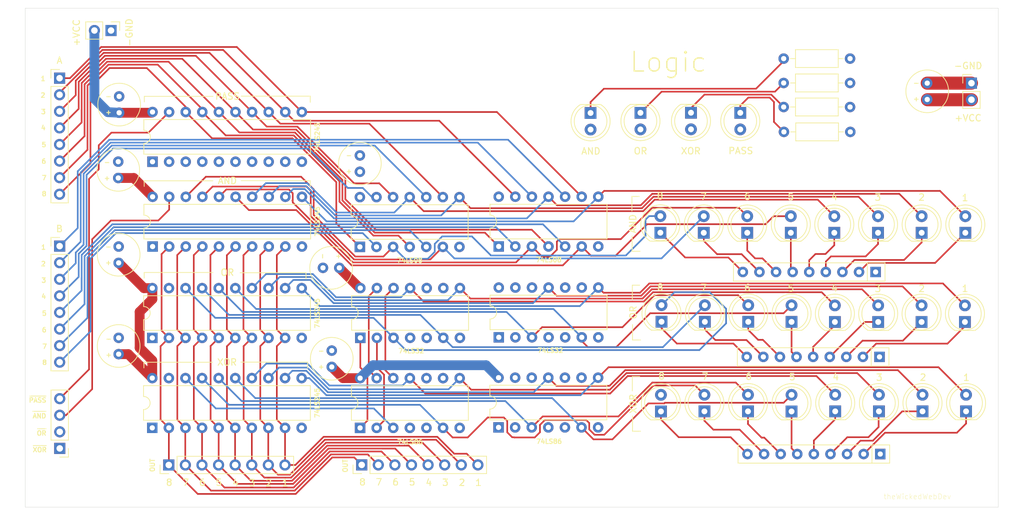
<source format=kicad_pcb>
(kicad_pcb (version 20171130) (host pcbnew "(5.1.9-0-10_14)")
  (layers (0 F.Cu signal) (1 In1.Cu signal) (2 In2.Cu signal hide) (31 B.Cu signal) (34 B.Paste user) (35 F.Paste user) (36 B.SilkS user) (37 F.SilkS user) (38 B.Mask user) (39 F.Mask user) (44 Edge.Cuts user))
  (net 0 "")
  (net 1 GND)
  (net 2 VCC)
  (net 3 A8)
  (net 4 A7)
  (net 5 A6)
  (net 6 A5)
  (net 7 A4)
  (net 8 A3)
  (net 9 A2)
  (net 10 A1)
  (net 11 B8)
  (net 12 B7)
  (net 13 B6)
  (net 14 B5)
  (net 15 B4)
  (net 16 B3)
  (net 17 B2)
  (net 18 B1)
  (net 19 /AND_OUT)
  (net 20 /Y1)
  (net 21 /Y2)
  (net 22 /Y3)
  (net 23 /Y4)
  (net 24 /Y5)
  (net 25 /Y6)
  (net 26 /Y7)
  (net 27 /Y8)
  (net 28 "Net-(U4-Pad3)")
  (net 29 /OR_OUT)
  (net 30 /XOR_OUT)
  (net 31 /PASS)
  (net 32 "Net-(D1-Pad2)")
  (net 33 "Net-(D1-Pad1)")
  (net 34 "Net-(D2-Pad2)")
  (net 35 "Net-(D2-Pad1)")
  (net 36 "Net-(D3-Pad2)")
  (net 37 "Net-(D3-Pad1)")
  (net 38 "Net-(D4-Pad2)")
  (net 39 "Net-(D4-Pad1)")
  (net 40 "Net-(D5-Pad2)")
  (net 41 "Net-(D5-Pad1)")
  (net 42 "Net-(D6-Pad2)")
  (net 43 "Net-(D6-Pad1)")
  (net 44 "Net-(D7-Pad2)")
  (net 45 "Net-(D7-Pad1)")
  (net 46 "Net-(D8-Pad2)")
  (net 47 "Net-(D8-Pad1)")
  (net 48 "Net-(D9-Pad1)")
  (net 49 "Net-(D10-Pad2)")
  (net 50 "Net-(D10-Pad1)")
  (net 51 "Net-(D11-Pad2)")
  (net 52 "Net-(D11-Pad1)")
  (net 53 "Net-(D12-Pad2)")
  (net 54 "Net-(D12-Pad1)")
  (net 55 "Net-(D13-Pad2)")
  (net 56 "Net-(D13-Pad1)")
  (net 57 "Net-(D14-Pad2)")
  (net 58 "Net-(D14-Pad1)")
  (net 59 "Net-(D15-Pad2)")
  (net 60 "Net-(D15-Pad1)")
  (net 61 "Net-(D16-Pad2)")
  (net 62 "Net-(D16-Pad1)")
  (net 63 "Net-(D17-Pad2)")
  (net 64 "Net-(D17-Pad1)")
  (net 65 "Net-(D18-Pad2)")
  (net 66 "Net-(D18-Pad1)")
  (net 67 "Net-(D19-Pad2)")
  (net 68 "Net-(D19-Pad1)")
  (net 69 "Net-(D20-Pad2)")
  (net 70 "Net-(D20-Pad1)")
  (net 71 "Net-(D21-Pad2)")
  (net 72 "Net-(D21-Pad1)")
  (net 73 "Net-(D22-Pad2)")
  (net 74 "Net-(D22-Pad1)")
  (net 75 "Net-(D23-Pad2)")
  (net 76 "Net-(D23-Pad1)")
  (net 77 "Net-(D24-Pad2)")
  (net 78 "Net-(D24-Pad1)")
  (net 79 "Net-(D25-Pad1)")
  (net 80 "Net-(D26-Pad1)")
  (net 81 "Net-(D27-Pad1)")
  (net 82 "Net-(D28-Pad1)")
  (module Resistor_THT:R_Axial_DIN0207_L6.3mm_D2.5mm_P10.16mm_Horizontal (layer F.Cu) (at 181.7624 46.7233)
    (fp_text reference R4 hide)
    (fp_text value R_Small_US)
    (pad 2 thru_hole oval (at 10.16 0) (size 1.6 1.6) (drill 0.8) (layers *.Cu *.Mask) (net 1 GND))
    (pad 1 thru_hole circle (at 0 0) (size 1.6 1.6) (drill 0.8) (layers *.Cu *.Mask) (net 82 "Net-(D28-Pad1)"))
  )
  (module Resistor_THT:R_Axial_DIN0207_L6.3mm_D2.5mm_P10.16mm_Horizontal (layer F.Cu) (at 181.7243 35.4965)
    (fp_text reference R3 hide)
    (fp_text value R_Small_US)
    (pad 2 thru_hole oval (at 10.16 0) (size 1.6 1.6) (drill 0.8) (layers *.Cu *.Mask) (net 1 GND))
    (pad 1 thru_hole circle (at 0 0) (size 1.6 1.6) (drill 0.8) (layers *.Cu *.Mask) (net 81 "Net-(D27-Pad1)"))
  )
  (module Resistor_THT:R_Axial_DIN0207_L6.3mm_D2.5mm_P10.16mm_Horizontal (layer F.Cu) (at 181.7243 39.2303)
    (fp_text reference R2 hide)
    (fp_text value R_Small_US)
    (pad 2 thru_hole oval (at 10.16 0) (size 1.6 1.6) (drill 0.8) (layers *.Cu *.Mask) (net 1 GND))
    (pad 1 thru_hole circle (at 0 0) (size 1.6 1.6) (drill 0.8) (layers *.Cu *.Mask) (net 80 "Net-(D26-Pad1)"))
  )
  (module Resistor_THT:R_Axial_DIN0207_L6.3mm_D2.5mm_P10.16mm_Horizontal (layer F.Cu) (at 181.7243 42.9133)
    (fp_text reference R1 hide)
    (fp_text value R_Small_US)
    (pad 2 thru_hole oval (at 10.16 0) (size 1.6 1.6) (drill 0.8) (layers *.Cu *.Mask) (net 1 GND))
    (pad 1 thru_hole circle (at 0 0) (size 1.6 1.6) (drill 0.8) (layers *.Cu *.Mask) (net 79 "Net-(D25-Pad1)"))
  )
  (module LED_THT:LED_D5.0mm (layer F.Cu) (at 175.0822 43.8023 270)
    (fp_text reference D28 hide)
    (fp_text value LED)
    (pad 2 thru_hole circle (at 2.54 0 270) (size 1.8 1.8) (drill 0.9) (layers *.Cu *.Mask) (net 31 /PASS))
    (pad 1 thru_hole rect (at 0 0 270) (size 1.8 1.8) (drill 0.9) (layers *.Cu *.Mask) (net 82 "Net-(D28-Pad1)"))
  )
  (module LED_THT:LED_D5.0mm (layer F.Cu) (at 152.1714 43.8277 270)
    (fp_text reference D27 hide)
    (fp_text value LED)
    (pad 2 thru_hole circle (at 2.54 0 270) (size 1.8 1.8) (drill 0.9) (layers *.Cu *.Mask) (net 19 /AND_OUT))
    (pad 1 thru_hole rect (at 0 0 270) (size 1.8 1.8) (drill 0.9) (layers *.Cu *.Mask) (net 81 "Net-(D27-Pad1)"))
  )
  (module LED_THT:LED_D5.0mm (layer F.Cu) (at 159.8041 43.8023 270)
    (fp_text reference D26 hide)
    (fp_text value LED)
    (pad 2 thru_hole circle (at 2.54 0 270) (size 1.8 1.8) (drill 0.9) (layers *.Cu *.Mask) (net 29 /OR_OUT))
    (pad 1 thru_hole rect (at 0 0 270) (size 1.8 1.8) (drill 0.9) (layers *.Cu *.Mask) (net 80 "Net-(D26-Pad1)"))
  )
  (module LED_THT:LED_D5.0mm (layer F.Cu) (at 167.5384 43.7896 270)
    (fp_text reference D25 hide)
    (fp_text value LED)
    (pad 2 thru_hole circle (at 2.54 0 270) (size 1.8 1.8) (drill 0.9) (layers *.Cu *.Mask) (net 30 /XOR_OUT))
    (pad 1 thru_hole rect (at 0 0 270) (size 1.8 1.8) (drill 0.9) (layers *.Cu *.Mask) (net 79 "Net-(D25-Pad1)"))
  )
  (module Connector_PinHeader_2.54mm:PinHeader_1x02_P2.54mm_Vertical (layer F.Cu) (at 78.7781 31.1912 270)
    (fp_text reference J7 hide)
    (fp_text value Conn_01x02)
    (pad 2 thru_hole oval (at 0 2.54 270) (size 1.7 1.7) (drill 1) (layers *.Cu *.Mask) (net 2 VCC))
    (pad 1 thru_hole rect (at 0 0 270) (size 1.7 1.7) (drill 1) (layers *.Cu *.Mask) (net 1 GND))
  )
  (module Connector_PinHeader_2.54mm:PinHeader_1x08_P2.54mm_Vertical (layer F.Cu) (at 117.1448 97.7392 90)
    (fp_text reference J6 hide)
    (fp_text value Conn_01x08)
    (pad 8 thru_hole oval (at 0 17.78 90) (size 1.7 1.7) (drill 1) (layers *.Cu *.Mask) (net 20 /Y1))
    (pad 7 thru_hole oval (at 0 15.24 90) (size 1.7 1.7) (drill 1) (layers *.Cu *.Mask) (net 21 /Y2))
    (pad 6 thru_hole oval (at 0 12.7 90) (size 1.7 1.7) (drill 1) (layers *.Cu *.Mask) (net 22 /Y3))
    (pad 5 thru_hole oval (at 0 10.16 90) (size 1.7 1.7) (drill 1) (layers *.Cu *.Mask) (net 23 /Y4))
    (pad 4 thru_hole oval (at 0 7.62 90) (size 1.7 1.7) (drill 1) (layers *.Cu *.Mask) (net 24 /Y5))
    (pad 3 thru_hole oval (at 0 5.08 90) (size 1.7 1.7) (drill 1) (layers *.Cu *.Mask) (net 25 /Y6))
    (pad 2 thru_hole oval (at 0 2.54 90) (size 1.7 1.7) (drill 1) (layers *.Cu *.Mask) (net 26 /Y7))
    (pad 1 thru_hole rect (at 0 0 90) (size 1.7 1.7) (drill 1) (layers *.Cu *.Mask) (net 27 /Y8))
  )
  (module MountingHole:MountingHole_3mm (layer F.Cu) (at 69.215 100.6729)
    (fp_text reference REF** hide)
    (fp_text value MountingHole_3mm)
    (pad 1 np_thru_hole circle (at 0 0) (size 3 3) (drill 3) (layers *.Cu *.Mask))
  )
  (module MountingHole:MountingHole_3mm (layer F.Cu) (at 211.1756 100.7237)
    (fp_text reference REF** hide)
    (fp_text value MountingHole_3mm)
    (pad 1 np_thru_hole circle (at 0 0) (size 3 3) (drill 3) (layers *.Cu *.Mask))
  )
  (module Resistor_THT:R_Array_SIP9 (layer F.Cu) (at 196.5071 96.0755 180)
    (fp_text reference RN3 hide)
    (fp_text value R_Network08_US)
    (pad 9 thru_hole oval (at 20.32 0 180) (size 1.6 1.6) (drill 0.8) (layers *.Cu *.Mask) (net 64 "Net-(D17-Pad1)"))
    (pad 8 thru_hole oval (at 17.78 0 180) (size 1.6 1.6) (drill 0.8) (layers *.Cu *.Mask) (net 66 "Net-(D18-Pad1)"))
    (pad 7 thru_hole oval (at 15.24 0 180) (size 1.6 1.6) (drill 0.8) (layers *.Cu *.Mask) (net 68 "Net-(D19-Pad1)"))
    (pad 6 thru_hole oval (at 12.7 0 180) (size 1.6 1.6) (drill 0.8) (layers *.Cu *.Mask) (net 70 "Net-(D20-Pad1)"))
    (pad 5 thru_hole oval (at 10.16 0 180) (size 1.6 1.6) (drill 0.8) (layers *.Cu *.Mask) (net 72 "Net-(D21-Pad1)"))
    (pad 4 thru_hole oval (at 7.62 0 180) (size 1.6 1.6) (drill 0.8) (layers *.Cu *.Mask) (net 74 "Net-(D22-Pad1)"))
    (pad 3 thru_hole oval (at 5.08 0 180) (size 1.6 1.6) (drill 0.8) (layers *.Cu *.Mask) (net 76 "Net-(D23-Pad1)"))
    (pad 2 thru_hole oval (at 2.54 0 180) (size 1.6 1.6) (drill 0.8) (layers *.Cu *.Mask) (net 78 "Net-(D24-Pad1)"))
    (pad 1 thru_hole rect (at 0 0 180) (size 1.6 1.6) (drill 0.8) (layers *.Cu *.Mask) (net 1 GND))
  )
  (module Connector_PinHeader_2.54mm:PinHeader_1x04_P2.54mm_Vertical (layer F.Cu) (at 70.9295 95.2119 180)
    (fp_text reference J5 hide)
    (fp_text value Conn_01x04)
    (pad 4 thru_hole oval (at 0 7.62 180) (size 1.7 1.7) (drill 1) (layers *.Cu *.Mask) (net 31 /PASS))
    (pad 3 thru_hole oval (at 0 5.08 180) (size 1.7 1.7) (drill 1) (layers *.Cu *.Mask) (net 19 /AND_OUT))
    (pad 2 thru_hole oval (at 0 2.54 180) (size 1.7 1.7) (drill 1) (layers *.Cu *.Mask) (net 29 /OR_OUT))
    (pad 1 thru_hole rect (at 0 0 180) (size 1.7 1.7) (drill 1) (layers *.Cu *.Mask) (net 30 /XOR_OUT))
  )
  (module Package_DIP:DIP-14_W7.62mm (layer F.Cu) (at 138.124 78.1941 90)
    (fp_text reference U7 hide)
    (fp_text value 74LS32)
    (pad 14 thru_hole oval (at 7.62 0 90) (size 1.6 1.6) (drill 0.8) (layers *.Cu *.Mask) (net 2 VCC))
    (pad 7 thru_hole oval (at 0 15.24 90) (size 1.6 1.6) (drill 0.8) (layers *.Cu *.Mask) (net 1 GND))
    (pad 13 thru_hole oval (at 7.62 2.54 90) (size 1.6 1.6) (drill 0.8) (layers *.Cu *.Mask) (net 9 A2))
    (pad 6 thru_hole oval (at 0 12.7 90) (size 1.6 1.6) (drill 0.8) (layers *.Cu *.Mask) (net 53 "Net-(D12-Pad2)"))
    (pad 12 thru_hole oval (at 7.62 5.08 90) (size 1.6 1.6) (drill 0.8) (layers *.Cu *.Mask) (net 17 B2))
    (pad 5 thru_hole oval (at 0 10.16 90) (size 1.6 1.6) (drill 0.8) (layers *.Cu *.Mask) (net 14 B5))
    (pad 11 thru_hole oval (at 7.62 7.62 90) (size 1.6 1.6) (drill 0.8) (layers *.Cu *.Mask) (net 59 "Net-(D15-Pad2)"))
    (pad 4 thru_hole oval (at 0 7.62 90) (size 1.6 1.6) (drill 0.8) (layers *.Cu *.Mask) (net 6 A5))
    (pad 10 thru_hole oval (at 7.62 10.16 90) (size 1.6 1.6) (drill 0.8) (layers *.Cu *.Mask) (net 18 B1))
    (pad 3 thru_hole oval (at 0 5.08 90) (size 1.6 1.6) (drill 0.8) (layers *.Cu *.Mask) (net 51 "Net-(D11-Pad2)"))
    (pad 9 thru_hole oval (at 7.62 12.7 90) (size 1.6 1.6) (drill 0.8) (layers *.Cu *.Mask) (net 10 A1))
    (pad 2 thru_hole oval (at 0 2.54 90) (size 1.6 1.6) (drill 0.8) (layers *.Cu *.Mask) (net 13 B6))
    (pad 8 thru_hole oval (at 7.62 15.24 90) (size 1.6 1.6) (drill 0.8) (layers *.Cu *.Mask) (net 61 "Net-(D16-Pad2)"))
    (pad 1 thru_hole rect (at 0 0 90) (size 1.6 1.6) (drill 0.8) (layers *.Cu *.Mask) (net 5 A6))
  )
  (module MountingHole:MountingHole_3mm (layer F.Cu) (at 210.9089 31.2039)
    (fp_text reference REF** hide)
    (fp_text value MountingHole_3mm)
    (pad 1 np_thru_hole circle (at 0 0) (size 3 3) (drill 3) (layers *.Cu *.Mask))
  )
  (module MountingHole:MountingHole_3mm (layer F.Cu) (at 69.1261 31.2801)
    (fp_text reference REF** hide)
    (fp_text value MountingHole_3mm)
    (pad 1 np_thru_hole circle (at 0 0) (size 3 3) (drill 3) (layers *.Cu *.Mask))
  )
  (module LED_THT:LED_D5.0mm (layer F.Cu) (at 209.6389 89.535 90)
    (fp_text reference D24 hide)
    (fp_text value LED)
    (pad 2 thru_hole circle (at 2.54 0 90) (size 1.8 1.8) (drill 0.9) (layers *.Cu *.Mask) (net 77 "Net-(D24-Pad2)"))
    (pad 1 thru_hole rect (at 0 0 90) (size 1.8 1.8) (drill 0.9) (layers *.Cu *.Mask) (net 78 "Net-(D24-Pad1)"))
  )
  (module LED_THT:LED_D5.0mm (layer F.Cu) (at 202.9714 89.535 90)
    (fp_text reference D23 hide)
    (fp_text value LED)
    (pad 2 thru_hole circle (at 2.54 0 90) (size 1.8 1.8) (drill 0.9) (layers *.Cu *.Mask) (net 75 "Net-(D23-Pad2)"))
    (pad 1 thru_hole rect (at 0 0 90) (size 1.8 1.8) (drill 0.9) (layers *.Cu *.Mask) (net 76 "Net-(D23-Pad1)"))
  )
  (module LED_THT:LED_D5.0mm (layer F.Cu) (at 196.3039 89.535 90)
    (fp_text reference D22 hide)
    (fp_text value LED)
    (pad 2 thru_hole circle (at 2.54 0 90) (size 1.8 1.8) (drill 0.9) (layers *.Cu *.Mask) (net 73 "Net-(D22-Pad2)"))
    (pad 1 thru_hole rect (at 0 0 90) (size 1.8 1.8) (drill 0.9) (layers *.Cu *.Mask) (net 74 "Net-(D22-Pad1)"))
  )
  (module LED_THT:LED_D5.0mm (layer F.Cu) (at 189.611 89.535 90)
    (fp_text reference D21 hide)
    (fp_text value LED)
    (pad 2 thru_hole circle (at 2.54 0 90) (size 1.8 1.8) (drill 0.9) (layers *.Cu *.Mask) (net 71 "Net-(D21-Pad2)"))
    (pad 1 thru_hole rect (at 0 0 90) (size 1.8 1.8) (drill 0.9) (layers *.Cu *.Mask) (net 72 "Net-(D21-Pad1)"))
  )
  (module LED_THT:LED_D5.0mm (layer F.Cu) (at 182.9308 89.5477 90)
    (fp_text reference D20 hide)
    (fp_text value LED)
    (pad 2 thru_hole circle (at 2.54 0 90) (size 1.8 1.8) (drill 0.9) (layers *.Cu *.Mask) (net 69 "Net-(D20-Pad2)"))
    (pad 1 thru_hole rect (at 0 0 90) (size 1.8 1.8) (drill 0.9) (layers *.Cu *.Mask) (net 70 "Net-(D20-Pad1)"))
  )
  (module LED_THT:LED_D5.0mm (layer F.Cu) (at 176.2633 89.535 90)
    (fp_text reference D19 hide)
    (fp_text value LED)
    (pad 2 thru_hole circle (at 2.54 0 90) (size 1.8 1.8) (drill 0.9) (layers *.Cu *.Mask) (net 67 "Net-(D19-Pad2)"))
    (pad 1 thru_hole rect (at 0 0 90) (size 1.8 1.8) (drill 0.9) (layers *.Cu *.Mask) (net 68 "Net-(D19-Pad1)"))
  )
  (module LED_THT:LED_D5.0mm (layer F.Cu) (at 169.5958 89.535 90)
    (fp_text reference D18 hide)
    (fp_text value LED)
    (pad 2 thru_hole circle (at 2.54 0 90) (size 1.8 1.8) (drill 0.9) (layers *.Cu *.Mask) (net 65 "Net-(D18-Pad2)"))
    (pad 1 thru_hole rect (at 0 0 90) (size 1.8 1.8) (drill 0.9) (layers *.Cu *.Mask) (net 66 "Net-(D18-Pad1)"))
  )
  (module LED_THT:LED_D5.0mm (layer F.Cu) (at 162.941 89.5477 90)
    (fp_text reference D17 hide)
    (fp_text value LED)
    (pad 2 thru_hole circle (at 2.54 0 90) (size 1.8 1.8) (drill 0.9) (layers *.Cu *.Mask) (net 63 "Net-(D17-Pad2)"))
    (pad 1 thru_hole rect (at 0 0 90) (size 1.8 1.8) (drill 0.9) (layers *.Cu *.Mask) (net 64 "Net-(D17-Pad1)"))
  )
  (module Resistor_THT:R_Array_SIP9 (layer F.Cu) (at 196.3928 81.1911 180)
    (fp_text reference RN2 hide)
    (fp_text value R_Network08_US)
    (pad 9 thru_hole oval (at 20.32 0 180) (size 1.6 1.6) (drill 0.8) (layers *.Cu *.Mask) (net 48 "Net-(D9-Pad1)"))
    (pad 8 thru_hole oval (at 17.78 0 180) (size 1.6 1.6) (drill 0.8) (layers *.Cu *.Mask) (net 50 "Net-(D10-Pad1)"))
    (pad 7 thru_hole oval (at 15.24 0 180) (size 1.6 1.6) (drill 0.8) (layers *.Cu *.Mask) (net 52 "Net-(D11-Pad1)"))
    (pad 6 thru_hole oval (at 12.7 0 180) (size 1.6 1.6) (drill 0.8) (layers *.Cu *.Mask) (net 54 "Net-(D12-Pad1)"))
    (pad 5 thru_hole oval (at 10.16 0 180) (size 1.6 1.6) (drill 0.8) (layers *.Cu *.Mask) (net 56 "Net-(D13-Pad1)"))
    (pad 4 thru_hole oval (at 7.62 0 180) (size 1.6 1.6) (drill 0.8) (layers *.Cu *.Mask) (net 58 "Net-(D14-Pad1)"))
    (pad 3 thru_hole oval (at 5.08 0 180) (size 1.6 1.6) (drill 0.8) (layers *.Cu *.Mask) (net 60 "Net-(D15-Pad1)"))
    (pad 2 thru_hole oval (at 2.54 0 180) (size 1.6 1.6) (drill 0.8) (layers *.Cu *.Mask) (net 62 "Net-(D16-Pad1)"))
    (pad 1 thru_hole rect (at 0 0 180) (size 1.6 1.6) (drill 0.8) (layers *.Cu *.Mask) (net 1 GND))
  )
  (module LED_THT:LED_D5.0mm (layer F.Cu) (at 209.4611 75.8444 90)
    (fp_text reference D16 hide)
    (fp_text value LED)
    (pad 2 thru_hole circle (at 2.54 0 90) (size 1.8 1.8) (drill 0.9) (layers *.Cu *.Mask) (net 61 "Net-(D16-Pad2)"))
    (pad 1 thru_hole rect (at 0 0 90) (size 1.8 1.8) (drill 0.9) (layers *.Cu *.Mask) (net 62 "Net-(D16-Pad1)"))
  )
  (module LED_THT:LED_D5.0mm (layer F.Cu) (at 202.8317 75.8444 90)
    (fp_text reference D15 hide)
    (fp_text value LED)
    (pad 2 thru_hole circle (at 2.54 0 90) (size 1.8 1.8) (drill 0.9) (layers *.Cu *.Mask) (net 59 "Net-(D15-Pad2)"))
    (pad 1 thru_hole rect (at 0 0 90) (size 1.8 1.8) (drill 0.9) (layers *.Cu *.Mask) (net 60 "Net-(D15-Pad1)"))
  )
  (module LED_THT:LED_D5.0mm (layer F.Cu) (at 196.1896 75.8444 90)
    (fp_text reference D14 hide)
    (fp_text value LED)
    (pad 2 thru_hole circle (at 2.54 0 90) (size 1.8 1.8) (drill 0.9) (layers *.Cu *.Mask) (net 57 "Net-(D14-Pad2)"))
    (pad 1 thru_hole rect (at 0 0 90) (size 1.8 1.8) (drill 0.9) (layers *.Cu *.Mask) (net 58 "Net-(D14-Pad1)"))
  )
  (module LED_THT:LED_D5.0mm (layer F.Cu) (at 189.5602 75.8444 90)
    (fp_text reference D13 hide)
    (fp_text value LED)
    (pad 2 thru_hole circle (at 2.54 0 90) (size 1.8 1.8) (drill 0.9) (layers *.Cu *.Mask) (net 55 "Net-(D13-Pad2)"))
    (pad 1 thru_hole rect (at 0 0 90) (size 1.8 1.8) (drill 0.9) (layers *.Cu *.Mask) (net 56 "Net-(D13-Pad1)"))
  )
  (module LED_THT:LED_D5.0mm (layer F.Cu) (at 182.9308 75.8317 90)
    (fp_text reference D12 hide)
    (fp_text value LED)
    (pad 2 thru_hole circle (at 2.54 0 90) (size 1.8 1.8) (drill 0.9) (layers *.Cu *.Mask) (net 53 "Net-(D12-Pad2)"))
    (pad 1 thru_hole rect (at 0 0 90) (size 1.8 1.8) (drill 0.9) (layers *.Cu *.Mask) (net 54 "Net-(D12-Pad1)"))
  )
  (module LED_THT:LED_D5.0mm (layer F.Cu) (at 176.3014 75.819 90)
    (fp_text reference D11 hide)
    (fp_text value LED)
    (pad 2 thru_hole circle (at 2.54 0 90) (size 1.8 1.8) (drill 0.9) (layers *.Cu *.Mask) (net 51 "Net-(D11-Pad2)"))
    (pad 1 thru_hole rect (at 0 0 90) (size 1.8 1.8) (drill 0.9) (layers *.Cu *.Mask) (net 52 "Net-(D11-Pad1)"))
  )
  (module LED_THT:LED_D5.0mm (layer F.Cu) (at 169.6593 75.819 90)
    (fp_text reference D10 hide)
    (fp_text value LED)
    (pad 2 thru_hole circle (at 2.54 0 90) (size 1.8 1.8) (drill 0.9) (layers *.Cu *.Mask) (net 49 "Net-(D10-Pad2)"))
    (pad 1 thru_hole rect (at 0 0 90) (size 1.8 1.8) (drill 0.9) (layers *.Cu *.Mask) (net 50 "Net-(D10-Pad1)"))
  )
  (module LED_THT:LED_D5.0mm (layer F.Cu) (at 163.0299 75.8063 90)
    (fp_text reference D9 hide)
    (fp_text value LED)
    (pad 2 thru_hole circle (at 2.54 0 90) (size 1.8 1.8) (drill 0.9) (layers *.Cu *.Mask) (net 28 "Net-(U4-Pad3)"))
    (pad 1 thru_hole rect (at 0 0 90) (size 1.8 1.8) (drill 0.9) (layers *.Cu *.Mask) (net 48 "Net-(D9-Pad1)"))
  )
  (module Resistor_THT:R_Array_SIP9 (layer F.Cu) (at 195.7959 68.1863 180)
    (fp_text reference RN1 hide)
    (fp_text value R_Network08_US)
    (pad 9 thru_hole oval (at 20.32 0 180) (size 1.6 1.6) (drill 0.8) (layers *.Cu *.Mask) (net 33 "Net-(D1-Pad1)"))
    (pad 8 thru_hole oval (at 17.78 0 180) (size 1.6 1.6) (drill 0.8) (layers *.Cu *.Mask) (net 35 "Net-(D2-Pad1)"))
    (pad 7 thru_hole oval (at 15.24 0 180) (size 1.6 1.6) (drill 0.8) (layers *.Cu *.Mask) (net 37 "Net-(D3-Pad1)"))
    (pad 6 thru_hole oval (at 12.7 0 180) (size 1.6 1.6) (drill 0.8) (layers *.Cu *.Mask) (net 39 "Net-(D4-Pad1)"))
    (pad 5 thru_hole oval (at 10.16 0 180) (size 1.6 1.6) (drill 0.8) (layers *.Cu *.Mask) (net 41 "Net-(D5-Pad1)"))
    (pad 4 thru_hole oval (at 7.62 0 180) (size 1.6 1.6) (drill 0.8) (layers *.Cu *.Mask) (net 43 "Net-(D6-Pad1)"))
    (pad 3 thru_hole oval (at 5.08 0 180) (size 1.6 1.6) (drill 0.8) (layers *.Cu *.Mask) (net 45 "Net-(D7-Pad1)"))
    (pad 2 thru_hole oval (at 2.54 0 180) (size 1.6 1.6) (drill 0.8) (layers *.Cu *.Mask) (net 47 "Net-(D8-Pad1)"))
    (pad 1 thru_hole rect (at 0 0 180) (size 1.6 1.6) (drill 0.8) (layers *.Cu *.Mask) (net 1 GND))
  )
  (module LED_THT:LED_D5.0mm (layer F.Cu) (at 209.5246 62.1792 90)
    (fp_text reference D8 hide)
    (fp_text value LED)
    (pad 2 thru_hole circle (at 2.54 0 90) (size 1.8 1.8) (drill 0.9) (layers *.Cu *.Mask) (net 46 "Net-(D8-Pad2)"))
    (pad 1 thru_hole rect (at 0 0 90) (size 1.8 1.8) (drill 0.9) (layers *.Cu *.Mask) (net 47 "Net-(D8-Pad1)"))
  )
  (module LED_THT:LED_D5.0mm (layer F.Cu) (at 202.8444 62.1792 90)
    (fp_text reference D7 hide)
    (fp_text value LED)
    (pad 2 thru_hole circle (at 2.54 0 90) (size 1.8 1.8) (drill 0.9) (layers *.Cu *.Mask) (net 44 "Net-(D7-Pad2)"))
    (pad 1 thru_hole rect (at 0 0 90) (size 1.8 1.8) (drill 0.9) (layers *.Cu *.Mask) (net 45 "Net-(D7-Pad1)"))
  )
  (module LED_THT:LED_D5.0mm (layer F.Cu) (at 196.1642 62.1792 90)
    (fp_text reference D6 hide)
    (fp_text value LED)
    (pad 2 thru_hole circle (at 2.54 0 90) (size 1.8 1.8) (drill 0.9) (layers *.Cu *.Mask) (net 42 "Net-(D6-Pad2)"))
    (pad 1 thru_hole rect (at 0 0 90) (size 1.8 1.8) (drill 0.9) (layers *.Cu *.Mask) (net 43 "Net-(D6-Pad1)"))
  )
  (module LED_THT:LED_D5.0mm (layer F.Cu) (at 189.4713 62.1792 90)
    (fp_text reference D5 hide)
    (fp_text value LED)
    (pad 2 thru_hole circle (at 2.54 0 90) (size 1.8 1.8) (drill 0.9) (layers *.Cu *.Mask) (net 40 "Net-(D5-Pad2)"))
    (pad 1 thru_hole rect (at 0 0 90) (size 1.8 1.8) (drill 0.9) (layers *.Cu *.Mask) (net 41 "Net-(D5-Pad1)"))
  )
  (module LED_THT:LED_D5.0mm (layer F.Cu) (at 182.8165 62.1792 90)
    (fp_text reference D4 hide)
    (fp_text value LED)
    (pad 2 thru_hole circle (at 2.54 0 90) (size 1.8 1.8) (drill 0.9) (layers *.Cu *.Mask) (net 38 "Net-(D4-Pad2)"))
    (pad 1 thru_hole rect (at 0 0 90) (size 1.8 1.8) (drill 0.9) (layers *.Cu *.Mask) (net 39 "Net-(D4-Pad1)"))
  )
  (module LED_THT:LED_D5.0mm (layer F.Cu) (at 176.149 62.1792 90)
    (fp_text reference D3 hide)
    (fp_text value LED)
    (pad 2 thru_hole circle (at 2.54 0 90) (size 1.8 1.8) (drill 0.9) (layers *.Cu *.Mask) (net 36 "Net-(D3-Pad2)"))
    (pad 1 thru_hole rect (at 0 0 90) (size 1.8 1.8) (drill 0.9) (layers *.Cu *.Mask) (net 37 "Net-(D3-Pad1)"))
  )
  (module LED_THT:LED_D5.0mm (layer F.Cu) (at 169.4942 62.1792 90)
    (fp_text reference D2 hide)
    (fp_text value LED)
    (pad 2 thru_hole circle (at 2.54 0 90) (size 1.8 1.8) (drill 0.9) (layers *.Cu *.Mask) (net 34 "Net-(D2-Pad2)"))
    (pad 1 thru_hole rect (at 0 0 90) (size 1.8 1.8) (drill 0.9) (layers *.Cu *.Mask) (net 35 "Net-(D2-Pad1)"))
  )
  (module LED_THT:LED_D5.0mm (layer F.Cu) (at 162.8521 62.1665 90)
    (fp_text reference D1 hide)
    (fp_text value LED)
    (pad 2 thru_hole circle (at 2.54 0 90) (size 1.8 1.8) (drill 0.9) (layers *.Cu *.Mask) (net 32 "Net-(D1-Pad2)"))
    (pad 1 thru_hole rect (at 0 0 90) (size 1.8 1.8) (drill 0.9) (layers *.Cu *.Mask) (net 33 "Net-(D1-Pad1)"))
  )
  (module Connector_PinHeader_2.54mm:PinHeader_1x08_P2.54mm_Vertical (layer F.Cu) (at 87.6173 97.7519 90)
    (fp_text reference J4 hide)
    (fp_text value Conn_01x08)
    (pad 8 thru_hole oval (at 0 17.78 90) (size 1.7 1.7) (drill 1) (layers *.Cu *.Mask) (net 20 /Y1))
    (pad 7 thru_hole oval (at 0 15.24 90) (size 1.7 1.7) (drill 1) (layers *.Cu *.Mask) (net 21 /Y2))
    (pad 6 thru_hole oval (at 0 12.7 90) (size 1.7 1.7) (drill 1) (layers *.Cu *.Mask) (net 22 /Y3))
    (pad 5 thru_hole oval (at 0 10.16 90) (size 1.7 1.7) (drill 1) (layers *.Cu *.Mask) (net 23 /Y4))
    (pad 4 thru_hole oval (at 0 7.62 90) (size 1.7 1.7) (drill 1) (layers *.Cu *.Mask) (net 24 /Y5))
    (pad 3 thru_hole oval (at 0 5.08 90) (size 1.7 1.7) (drill 1) (layers *.Cu *.Mask) (net 25 /Y6))
    (pad 2 thru_hole oval (at 0 2.54 90) (size 1.7 1.7) (drill 1) (layers *.Cu *.Mask) (net 26 /Y7))
    (pad 1 thru_hole rect (at 0 0 90) (size 1.7 1.7) (drill 1) (layers *.Cu *.Mask) (net 27 /Y8))
  )
  (module Capacitor_THT:C_Radial_D6.3mm_H11.0mm_P2.50mm (layer F.Cu) (at 112.5601 82.7278 90)
    (fp_text reference C8 hide)
    (fp_text value CP1)
    (pad 2 thru_hole circle (at 2.5 0 90) (size 1.6 1.6) (drill 0.8) (layers *.Cu *.Mask) (net 1 GND))
    (pad 1 thru_hole circle (at 0 0 90) (size 1.6 1.6) (drill 0.8) (layers *.Cu *.Mask) (net 2 VCC))
  )
  (module Capacitor_THT:C_Radial_D6.3mm_H11.0mm_P2.50mm (layer F.Cu) (at 80.0227 43.7896 90)
    (fp_text reference C7 hide)
    (fp_text value CP1)
    (pad 2 thru_hole circle (at 2.5 0 90) (size 1.6 1.6) (drill 0.8) (layers *.Cu *.Mask) (net 1 GND))
    (pad 1 thru_hole circle (at 0 0 90) (size 1.6 1.6) (drill 0.8) (layers *.Cu *.Mask) (net 2 VCC))
  )
  (module Capacitor_THT:C_Radial_D6.3mm_H11.0mm_P2.50mm (layer F.Cu) (at 113.7158 67.5513 180)
    (fp_text reference C6 hide)
    (fp_text value CP1)
    (pad 2 thru_hole circle (at 2.5 0 180) (size 1.6 1.6) (drill 0.8) (layers *.Cu *.Mask) (net 1 GND))
    (pad 1 thru_hole circle (at 0 0 180) (size 1.6 1.6) (drill 0.8) (layers *.Cu *.Mask) (net 2 VCC))
  )
  (module Capacitor_THT:C_Radial_D6.3mm_H11.0mm_P2.50mm (layer F.Cu) (at 116.8654 52.832 90)
    (fp_text reference C5 hide)
    (fp_text value CP1)
    (pad 2 thru_hole circle (at 2.5 0 90) (size 1.6 1.6) (drill 0.8) (layers *.Cu *.Mask) (net 1 GND))
    (pad 1 thru_hole circle (at 0 0 90) (size 1.6 1.6) (drill 0.8) (layers *.Cu *.Mask) (net 2 VCC))
  )
  (module Capacitor_THT:C_Radial_D6.3mm_H11.0mm_P2.50mm (layer F.Cu) (at 79.883 53.7845 90)
    (fp_text reference C4 hide)
    (fp_text value CP1)
    (pad 2 thru_hole circle (at 2.5 0 90) (size 1.6 1.6) (drill 0.8) (layers *.Cu *.Mask) (net 1 GND))
    (pad 1 thru_hole circle (at 0 0 90) (size 1.6 1.6) (drill 0.8) (layers *.Cu *.Mask) (net 2 VCC))
  )
  (module Package_DIP:DIP-20_W7.62mm (layer F.Cu) (at 85.1281 51.2953 90)
    (fp_text reference U10 hide)
    (fp_text value 74LS245)
    (pad 20 thru_hole oval (at 7.62 0 90) (size 1.6 1.6) (drill 0.8) (layers *.Cu *.Mask) (net 2 VCC))
    (pad 10 thru_hole oval (at 0 22.86 90) (size 1.6 1.6) (drill 0.8) (layers *.Cu *.Mask) (net 1 GND))
    (pad 19 thru_hole oval (at 7.62 2.54 90) (size 1.6 1.6) (drill 0.8) (layers *.Cu *.Mask) (net 31 /PASS))
    (pad 9 thru_hole oval (at 0 20.32 90) (size 1.6 1.6) (drill 0.8) (layers *.Cu *.Mask) (net 20 /Y1))
    (pad 18 thru_hole oval (at 7.62 5.08 90) (size 1.6 1.6) (drill 0.8) (layers *.Cu *.Mask) (net 3 A8))
    (pad 8 thru_hole oval (at 0 17.78 90) (size 1.6 1.6) (drill 0.8) (layers *.Cu *.Mask) (net 21 /Y2))
    (pad 17 thru_hole oval (at 7.62 7.62 90) (size 1.6 1.6) (drill 0.8) (layers *.Cu *.Mask) (net 4 A7))
    (pad 7 thru_hole oval (at 0 15.24 90) (size 1.6 1.6) (drill 0.8) (layers *.Cu *.Mask) (net 22 /Y3))
    (pad 16 thru_hole oval (at 7.62 10.16 90) (size 1.6 1.6) (drill 0.8) (layers *.Cu *.Mask) (net 5 A6))
    (pad 6 thru_hole oval (at 0 12.7 90) (size 1.6 1.6) (drill 0.8) (layers *.Cu *.Mask) (net 23 /Y4))
    (pad 15 thru_hole oval (at 7.62 12.7 90) (size 1.6 1.6) (drill 0.8) (layers *.Cu *.Mask) (net 6 A5))
    (pad 5 thru_hole oval (at 0 10.16 90) (size 1.6 1.6) (drill 0.8) (layers *.Cu *.Mask) (net 24 /Y5))
    (pad 14 thru_hole oval (at 7.62 15.24 90) (size 1.6 1.6) (drill 0.8) (layers *.Cu *.Mask) (net 7 A4))
    (pad 4 thru_hole oval (at 0 7.62 90) (size 1.6 1.6) (drill 0.8) (layers *.Cu *.Mask) (net 25 /Y6))
    (pad 13 thru_hole oval (at 7.62 17.78 90) (size 1.6 1.6) (drill 0.8) (layers *.Cu *.Mask) (net 8 A3))
    (pad 3 thru_hole oval (at 0 5.08 90) (size 1.6 1.6) (drill 0.8) (layers *.Cu *.Mask) (net 26 /Y7))
    (pad 12 thru_hole oval (at 7.62 20.32 90) (size 1.6 1.6) (drill 0.8) (layers *.Cu *.Mask) (net 9 A2))
    (pad 2 thru_hole oval (at 0 2.54 90) (size 1.6 1.6) (drill 0.8) (layers *.Cu *.Mask) (net 27 /Y8))
    (pad 11 thru_hole oval (at 7.62 22.86 90) (size 1.6 1.6) (drill 0.8) (layers *.Cu *.Mask) (net 10 A1))
    (pad 1 thru_hole rect (at 0 0 90) (size 1.6 1.6) (drill 0.8) (layers *.Cu *.Mask) (net 1 GND))
  )
  (module Package_DIP:DIP-14_W7.62mm (layer F.Cu) (at 138.0859 91.9948 90)
    (fp_text reference U9 hide)
    (fp_text value 74LS86)
    (pad 14 thru_hole oval (at 7.62 0 90) (size 1.6 1.6) (drill 0.8) (layers *.Cu *.Mask) (net 2 VCC))
    (pad 7 thru_hole oval (at 0 15.24 90) (size 1.6 1.6) (drill 0.8) (layers *.Cu *.Mask) (net 1 GND))
    (pad 13 thru_hole oval (at 7.62 2.54 90) (size 1.6 1.6) (drill 0.8) (layers *.Cu *.Mask) (net 9 A2))
    (pad 6 thru_hole oval (at 0 12.7 90) (size 1.6 1.6) (drill 0.8) (layers *.Cu *.Mask) (net 69 "Net-(D20-Pad2)"))
    (pad 12 thru_hole oval (at 7.62 5.08 90) (size 1.6 1.6) (drill 0.8) (layers *.Cu *.Mask) (net 17 B2))
    (pad 5 thru_hole oval (at 0 10.16 90) (size 1.6 1.6) (drill 0.8) (layers *.Cu *.Mask) (net 14 B5))
    (pad 11 thru_hole oval (at 7.62 7.62 90) (size 1.6 1.6) (drill 0.8) (layers *.Cu *.Mask) (net 75 "Net-(D23-Pad2)"))
    (pad 4 thru_hole oval (at 0 7.62 90) (size 1.6 1.6) (drill 0.8) (layers *.Cu *.Mask) (net 6 A5))
    (pad 10 thru_hole oval (at 7.62 10.16 90) (size 1.6 1.6) (drill 0.8) (layers *.Cu *.Mask) (net 18 B1))
    (pad 3 thru_hole oval (at 0 5.08 90) (size 1.6 1.6) (drill 0.8) (layers *.Cu *.Mask) (net 67 "Net-(D19-Pad2)"))
    (pad 9 thru_hole oval (at 7.62 12.7 90) (size 1.6 1.6) (drill 0.8) (layers *.Cu *.Mask) (net 10 A1))
    (pad 2 thru_hole oval (at 0 2.54 90) (size 1.6 1.6) (drill 0.8) (layers *.Cu *.Mask) (net 13 B6))
    (pad 8 thru_hole oval (at 7.62 15.24 90) (size 1.6 1.6) (drill 0.8) (layers *.Cu *.Mask) (net 77 "Net-(D24-Pad2)"))
    (pad 1 thru_hole rect (at 0 0 90) (size 1.6 1.6) (drill 0.8) (layers *.Cu *.Mask) (net 5 A6))
  )
  (module Package_DIP:DIP-20_W7.62mm (layer F.Cu) (at 85.09 92.0623 90)
    (fp_text reference U8 hide)
    (fp_text value 74LS245)
    (pad 20 thru_hole oval (at 7.62 0 90) (size 1.6 1.6) (drill 0.8) (layers *.Cu *.Mask) (net 2 VCC))
    (pad 10 thru_hole oval (at 0 22.86 90) (size 1.6 1.6) (drill 0.8) (layers *.Cu *.Mask) (net 1 GND))
    (pad 19 thru_hole oval (at 7.62 2.54 90) (size 1.6 1.6) (drill 0.8) (layers *.Cu *.Mask) (net 30 /XOR_OUT))
    (pad 9 thru_hole oval (at 0 20.32 90) (size 1.6 1.6) (drill 0.8) (layers *.Cu *.Mask) (net 20 /Y1))
    (pad 18 thru_hole oval (at 7.62 5.08 90) (size 1.6 1.6) (drill 0.8) (layers *.Cu *.Mask) (net 63 "Net-(D17-Pad2)"))
    (pad 8 thru_hole oval (at 0 17.78 90) (size 1.6 1.6) (drill 0.8) (layers *.Cu *.Mask) (net 21 /Y2))
    (pad 17 thru_hole oval (at 7.62 7.62 90) (size 1.6 1.6) (drill 0.8) (layers *.Cu *.Mask) (net 65 "Net-(D18-Pad2)"))
    (pad 7 thru_hole oval (at 0 15.24 90) (size 1.6 1.6) (drill 0.8) (layers *.Cu *.Mask) (net 22 /Y3))
    (pad 16 thru_hole oval (at 7.62 10.16 90) (size 1.6 1.6) (drill 0.8) (layers *.Cu *.Mask) (net 67 "Net-(D19-Pad2)"))
    (pad 6 thru_hole oval (at 0 12.7 90) (size 1.6 1.6) (drill 0.8) (layers *.Cu *.Mask) (net 23 /Y4))
    (pad 15 thru_hole oval (at 7.62 12.7 90) (size 1.6 1.6) (drill 0.8) (layers *.Cu *.Mask) (net 69 "Net-(D20-Pad2)"))
    (pad 5 thru_hole oval (at 0 10.16 90) (size 1.6 1.6) (drill 0.8) (layers *.Cu *.Mask) (net 24 /Y5))
    (pad 14 thru_hole oval (at 7.62 15.24 90) (size 1.6 1.6) (drill 0.8) (layers *.Cu *.Mask) (net 71 "Net-(D21-Pad2)"))
    (pad 4 thru_hole oval (at 0 7.62 90) (size 1.6 1.6) (drill 0.8) (layers *.Cu *.Mask) (net 25 /Y6))
    (pad 13 thru_hole oval (at 7.62 17.78 90) (size 1.6 1.6) (drill 0.8) (layers *.Cu *.Mask) (net 73 "Net-(D22-Pad2)"))
    (pad 3 thru_hole oval (at 0 5.08 90) (size 1.6 1.6) (drill 0.8) (layers *.Cu *.Mask) (net 26 /Y7))
    (pad 12 thru_hole oval (at 7.62 20.32 90) (size 1.6 1.6) (drill 0.8) (layers *.Cu *.Mask) (net 75 "Net-(D23-Pad2)"))
    (pad 2 thru_hole oval (at 0 2.54 90) (size 1.6 1.6) (drill 0.8) (layers *.Cu *.Mask) (net 27 /Y8))
    (pad 11 thru_hole oval (at 7.62 22.86 90) (size 1.6 1.6) (drill 0.8) (layers *.Cu *.Mask) (net 77 "Net-(D24-Pad2)"))
    (pad 1 thru_hole rect (at 0 0 90) (size 1.6 1.6) (drill 0.8) (layers *.Cu *.Mask) (net 1 GND))
  )
  (module Package_DIP:DIP-20_W7.62mm (layer F.Cu) (at 85.1027 78.2828 90)
    (fp_text reference U6 hide)
    (fp_text value 74LS245)
    (pad 20 thru_hole oval (at 7.62 0 90) (size 1.6 1.6) (drill 0.8) (layers *.Cu *.Mask) (net 2 VCC))
    (pad 10 thru_hole oval (at 0 22.86 90) (size 1.6 1.6) (drill 0.8) (layers *.Cu *.Mask) (net 1 GND))
    (pad 19 thru_hole oval (at 7.62 2.54 90) (size 1.6 1.6) (drill 0.8) (layers *.Cu *.Mask) (net 29 /OR_OUT))
    (pad 9 thru_hole oval (at 0 20.32 90) (size 1.6 1.6) (drill 0.8) (layers *.Cu *.Mask) (net 20 /Y1))
    (pad 18 thru_hole oval (at 7.62 5.08 90) (size 1.6 1.6) (drill 0.8) (layers *.Cu *.Mask) (net 28 "Net-(U4-Pad3)"))
    (pad 8 thru_hole oval (at 0 17.78 90) (size 1.6 1.6) (drill 0.8) (layers *.Cu *.Mask) (net 21 /Y2))
    (pad 17 thru_hole oval (at 7.62 7.62 90) (size 1.6 1.6) (drill 0.8) (layers *.Cu *.Mask) (net 49 "Net-(D10-Pad2)"))
    (pad 7 thru_hole oval (at 0 15.24 90) (size 1.6 1.6) (drill 0.8) (layers *.Cu *.Mask) (net 22 /Y3))
    (pad 16 thru_hole oval (at 7.62 10.16 90) (size 1.6 1.6) (drill 0.8) (layers *.Cu *.Mask) (net 51 "Net-(D11-Pad2)"))
    (pad 6 thru_hole oval (at 0 12.7 90) (size 1.6 1.6) (drill 0.8) (layers *.Cu *.Mask) (net 23 /Y4))
    (pad 15 thru_hole oval (at 7.62 12.7 90) (size 1.6 1.6) (drill 0.8) (layers *.Cu *.Mask) (net 53 "Net-(D12-Pad2)"))
    (pad 5 thru_hole oval (at 0 10.16 90) (size 1.6 1.6) (drill 0.8) (layers *.Cu *.Mask) (net 24 /Y5))
    (pad 14 thru_hole oval (at 7.62 15.24 90) (size 1.6 1.6) (drill 0.8) (layers *.Cu *.Mask) (net 55 "Net-(D13-Pad2)"))
    (pad 4 thru_hole oval (at 0 7.62 90) (size 1.6 1.6) (drill 0.8) (layers *.Cu *.Mask) (net 25 /Y6))
    (pad 13 thru_hole oval (at 7.62 17.78 90) (size 1.6 1.6) (drill 0.8) (layers *.Cu *.Mask) (net 57 "Net-(D14-Pad2)"))
    (pad 3 thru_hole oval (at 0 5.08 90) (size 1.6 1.6) (drill 0.8) (layers *.Cu *.Mask) (net 26 /Y7))
    (pad 12 thru_hole oval (at 7.62 20.32 90) (size 1.6 1.6) (drill 0.8) (layers *.Cu *.Mask) (net 59 "Net-(D15-Pad2)"))
    (pad 2 thru_hole oval (at 0 2.54 90) (size 1.6 1.6) (drill 0.8) (layers *.Cu *.Mask) (net 27 /Y8))
    (pad 11 thru_hole oval (at 7.62 22.86 90) (size 1.6 1.6) (drill 0.8) (layers *.Cu *.Mask) (net 61 "Net-(D16-Pad2)"))
    (pad 1 thru_hole rect (at 0 0 90) (size 1.6 1.6) (drill 0.8) (layers *.Cu *.Mask) (net 1 GND))
  )
  (module Package_DIP:DIP-14_W7.62mm (layer F.Cu) (at 116.8952 92.071 90)
    (fp_text reference U5 hide)
    (fp_text value 74LS86)
    (pad 14 thru_hole oval (at 7.62 0 90) (size 1.6 1.6) (drill 0.8) (layers *.Cu *.Mask) (net 2 VCC))
    (pad 7 thru_hole oval (at 0 15.24 90) (size 1.6 1.6) (drill 0.8) (layers *.Cu *.Mask) (net 1 GND))
    (pad 13 thru_hole oval (at 7.62 2.54 90) (size 1.6 1.6) (drill 0.8) (layers *.Cu *.Mask) (net 15 B4))
    (pad 6 thru_hole oval (at 0 12.7 90) (size 1.6 1.6) (drill 0.8) (layers *.Cu *.Mask) (net 65 "Net-(D18-Pad2)"))
    (pad 12 thru_hole oval (at 7.62 5.08 90) (size 1.6 1.6) (drill 0.8) (layers *.Cu *.Mask) (net 7 A4))
    (pad 5 thru_hole oval (at 0 10.16 90) (size 1.6 1.6) (drill 0.8) (layers *.Cu *.Mask) (net 12 B7))
    (pad 11 thru_hole oval (at 7.62 7.62 90) (size 1.6 1.6) (drill 0.8) (layers *.Cu *.Mask) (net 71 "Net-(D21-Pad2)"))
    (pad 4 thru_hole oval (at 0 7.62 90) (size 1.6 1.6) (drill 0.8) (layers *.Cu *.Mask) (net 4 A7))
    (pad 10 thru_hole oval (at 7.62 10.16 90) (size 1.6 1.6) (drill 0.8) (layers *.Cu *.Mask) (net 16 B3))
    (pad 3 thru_hole oval (at 0 5.08 90) (size 1.6 1.6) (drill 0.8) (layers *.Cu *.Mask) (net 63 "Net-(D17-Pad2)"))
    (pad 9 thru_hole oval (at 7.62 12.7 90) (size 1.6 1.6) (drill 0.8) (layers *.Cu *.Mask) (net 8 A3))
    (pad 2 thru_hole oval (at 0 2.54 90) (size 1.6 1.6) (drill 0.8) (layers *.Cu *.Mask) (net 11 B8))
    (pad 8 thru_hole oval (at 7.62 15.24 90) (size 1.6 1.6) (drill 0.8) (layers *.Cu *.Mask) (net 73 "Net-(D22-Pad2)"))
    (pad 1 thru_hole rect (at 0 0 90) (size 1.6 1.6) (drill 0.8) (layers *.Cu *.Mask) (net 3 A8))
  )
  (module Package_DIP:DIP-14_W7.62mm (layer F.Cu) (at 116.9333 78.2703 90)
    (fp_text reference U4 hide)
    (fp_text value 74LS32)
    (pad 14 thru_hole oval (at 7.62 0 90) (size 1.6 1.6) (drill 0.8) (layers *.Cu *.Mask) (net 2 VCC))
    (pad 7 thru_hole oval (at 0 15.24 90) (size 1.6 1.6) (drill 0.8) (layers *.Cu *.Mask) (net 1 GND))
    (pad 13 thru_hole oval (at 7.62 2.54 90) (size 1.6 1.6) (drill 0.8) (layers *.Cu *.Mask) (net 15 B4))
    (pad 6 thru_hole oval (at 0 12.7 90) (size 1.6 1.6) (drill 0.8) (layers *.Cu *.Mask) (net 49 "Net-(D10-Pad2)"))
    (pad 12 thru_hole oval (at 7.62 5.08 90) (size 1.6 1.6) (drill 0.8) (layers *.Cu *.Mask) (net 7 A4))
    (pad 5 thru_hole oval (at 0 10.16 90) (size 1.6 1.6) (drill 0.8) (layers *.Cu *.Mask) (net 12 B7))
    (pad 11 thru_hole oval (at 7.62 7.62 90) (size 1.6 1.6) (drill 0.8) (layers *.Cu *.Mask) (net 55 "Net-(D13-Pad2)"))
    (pad 4 thru_hole oval (at 0 7.62 90) (size 1.6 1.6) (drill 0.8) (layers *.Cu *.Mask) (net 4 A7))
    (pad 10 thru_hole oval (at 7.62 10.16 90) (size 1.6 1.6) (drill 0.8) (layers *.Cu *.Mask) (net 16 B3))
    (pad 3 thru_hole oval (at 0 5.08 90) (size 1.6 1.6) (drill 0.8) (layers *.Cu *.Mask) (net 28 "Net-(U4-Pad3)"))
    (pad 9 thru_hole oval (at 7.62 12.7 90) (size 1.6 1.6) (drill 0.8) (layers *.Cu *.Mask) (net 8 A3))
    (pad 2 thru_hole oval (at 0 2.54 90) (size 1.6 1.6) (drill 0.8) (layers *.Cu *.Mask) (net 11 B8))
    (pad 8 thru_hole oval (at 7.62 15.24 90) (size 1.6 1.6) (drill 0.8) (layers *.Cu *.Mask) (net 57 "Net-(D14-Pad2)"))
    (pad 1 thru_hole rect (at 0 0 90) (size 1.6 1.6) (drill 0.8) (layers *.Cu *.Mask) (net 3 A8))
  )
  (module Capacitor_THT:C_Radial_D6.3mm_H11.0mm_P2.50mm (layer F.Cu) (at 79.9465 80.772 90)
    (fp_text reference C3 hide)
    (fp_text value CP1)
    (pad 2 thru_hole circle (at 2.5 0 90) (size 1.6 1.6) (drill 0.8) (layers *.Cu *.Mask) (net 1 GND))
    (pad 1 thru_hole circle (at 0 0 90) (size 1.6 1.6) (drill 0.8) (layers *.Cu *.Mask) (net 2 VCC))
  )
  (module Capacitor_THT:C_Radial_D6.3mm_H11.0mm_P2.50mm (layer F.Cu) (at 79.9465 66.7893 90)
    (fp_text reference C2 hide)
    (fp_text value CP1)
    (pad 2 thru_hole circle (at 2.5 0 90) (size 1.6 1.6) (drill 0.8) (layers *.Cu *.Mask) (net 1 GND))
    (pad 1 thru_hole circle (at 0 0 90) (size 1.6 1.6) (drill 0.8) (layers *.Cu *.Mask) (net 2 VCC))
  )
  (module Package_DIP:DIP-14_W7.62mm (layer F.Cu) (at 138.1125 64.2747 90)
    (fp_text reference U3 hide)
    (fp_text value 74LS08)
    (pad 14 thru_hole oval (at 7.62 0 90) (size 1.6 1.6) (drill 0.8) (layers *.Cu *.Mask) (net 2 VCC))
    (pad 7 thru_hole oval (at 0 15.24 90) (size 1.6 1.6) (drill 0.8) (layers *.Cu *.Mask) (net 1 GND))
    (pad 13 thru_hole oval (at 7.62 2.54 90) (size 1.6 1.6) (drill 0.8) (layers *.Cu *.Mask) (net 9 A2))
    (pad 6 thru_hole oval (at 0 12.7 90) (size 1.6 1.6) (drill 0.8) (layers *.Cu *.Mask) (net 38 "Net-(D4-Pad2)"))
    (pad 12 thru_hole oval (at 7.62 5.08 90) (size 1.6 1.6) (drill 0.8) (layers *.Cu *.Mask) (net 17 B2))
    (pad 5 thru_hole oval (at 0 10.16 90) (size 1.6 1.6) (drill 0.8) (layers *.Cu *.Mask) (net 14 B5))
    (pad 11 thru_hole oval (at 7.62 7.62 90) (size 1.6 1.6) (drill 0.8) (layers *.Cu *.Mask) (net 44 "Net-(D7-Pad2)"))
    (pad 4 thru_hole oval (at 0 7.62 90) (size 1.6 1.6) (drill 0.8) (layers *.Cu *.Mask) (net 6 A5))
    (pad 10 thru_hole oval (at 7.62 10.16 90) (size 1.6 1.6) (drill 0.8) (layers *.Cu *.Mask) (net 18 B1))
    (pad 3 thru_hole oval (at 0 5.08 90) (size 1.6 1.6) (drill 0.8) (layers *.Cu *.Mask) (net 36 "Net-(D3-Pad2)"))
    (pad 9 thru_hole oval (at 7.62 12.7 90) (size 1.6 1.6) (drill 0.8) (layers *.Cu *.Mask) (net 10 A1))
    (pad 2 thru_hole oval (at 0 2.54 90) (size 1.6 1.6) (drill 0.8) (layers *.Cu *.Mask) (net 13 B6))
    (pad 8 thru_hole oval (at 7.62 15.24 90) (size 1.6 1.6) (drill 0.8) (layers *.Cu *.Mask) (net 46 "Net-(D8-Pad2)"))
    (pad 1 thru_hole rect (at 0 0 90) (size 1.6 1.6) (drill 0.8) (layers *.Cu *.Mask) (net 5 A6))
  )
  (module Package_DIP:DIP-20_W7.62mm (layer F.Cu) (at 85.1408 64.2874 90)
    (fp_text reference U2 hide)
    (fp_text value 74LS245)
    (pad 20 thru_hole oval (at 7.62 0 90) (size 1.6 1.6) (drill 0.8) (layers *.Cu *.Mask) (net 2 VCC))
    (pad 10 thru_hole oval (at 0 22.86 90) (size 1.6 1.6) (drill 0.8) (layers *.Cu *.Mask) (net 1 GND))
    (pad 19 thru_hole oval (at 7.62 2.54 90) (size 1.6 1.6) (drill 0.8) (layers *.Cu *.Mask) (net 19 /AND_OUT))
    (pad 9 thru_hole oval (at 0 20.32 90) (size 1.6 1.6) (drill 0.8) (layers *.Cu *.Mask) (net 20 /Y1))
    (pad 18 thru_hole oval (at 7.62 5.08 90) (size 1.6 1.6) (drill 0.8) (layers *.Cu *.Mask) (net 32 "Net-(D1-Pad2)"))
    (pad 8 thru_hole oval (at 0 17.78 90) (size 1.6 1.6) (drill 0.8) (layers *.Cu *.Mask) (net 21 /Y2))
    (pad 17 thru_hole oval (at 7.62 7.62 90) (size 1.6 1.6) (drill 0.8) (layers *.Cu *.Mask) (net 34 "Net-(D2-Pad2)"))
    (pad 7 thru_hole oval (at 0 15.24 90) (size 1.6 1.6) (drill 0.8) (layers *.Cu *.Mask) (net 22 /Y3))
    (pad 16 thru_hole oval (at 7.62 10.16 90) (size 1.6 1.6) (drill 0.8) (layers *.Cu *.Mask) (net 36 "Net-(D3-Pad2)"))
    (pad 6 thru_hole oval (at 0 12.7 90) (size 1.6 1.6) (drill 0.8) (layers *.Cu *.Mask) (net 23 /Y4))
    (pad 15 thru_hole oval (at 7.62 12.7 90) (size 1.6 1.6) (drill 0.8) (layers *.Cu *.Mask) (net 38 "Net-(D4-Pad2)"))
    (pad 5 thru_hole oval (at 0 10.16 90) (size 1.6 1.6) (drill 0.8) (layers *.Cu *.Mask) (net 24 /Y5))
    (pad 14 thru_hole oval (at 7.62 15.24 90) (size 1.6 1.6) (drill 0.8) (layers *.Cu *.Mask) (net 40 "Net-(D5-Pad2)"))
    (pad 4 thru_hole oval (at 0 7.62 90) (size 1.6 1.6) (drill 0.8) (layers *.Cu *.Mask) (net 25 /Y6))
    (pad 13 thru_hole oval (at 7.62 17.78 90) (size 1.6 1.6) (drill 0.8) (layers *.Cu *.Mask) (net 42 "Net-(D6-Pad2)"))
    (pad 3 thru_hole oval (at 0 5.08 90) (size 1.6 1.6) (drill 0.8) (layers *.Cu *.Mask) (net 26 /Y7))
    (pad 12 thru_hole oval (at 7.62 20.32 90) (size 1.6 1.6) (drill 0.8) (layers *.Cu *.Mask) (net 44 "Net-(D7-Pad2)"))
    (pad 2 thru_hole oval (at 0 2.54 90) (size 1.6 1.6) (drill 0.8) (layers *.Cu *.Mask) (net 27 /Y8))
    (pad 11 thru_hole oval (at 7.62 22.86 90) (size 1.6 1.6) (drill 0.8) (layers *.Cu *.Mask) (net 46 "Net-(D8-Pad2)"))
    (pad 1 thru_hole rect (at 0 0 90) (size 1.6 1.6) (drill 0.8) (layers *.Cu *.Mask) (net 1 GND))
  )
  (module Package_DIP:DIP-14_W7.62mm (layer F.Cu) (at 116.8654 64.3382 90)
    (fp_text reference U1 hide)
    (fp_text value 74LS08)
    (pad 14 thru_hole oval (at 7.62 0 90) (size 1.6 1.6) (drill 0.8) (layers *.Cu *.Mask) (net 2 VCC))
    (pad 7 thru_hole oval (at 0 15.24 90) (size 1.6 1.6) (drill 0.8) (layers *.Cu *.Mask) (net 1 GND))
    (pad 13 thru_hole oval (at 7.62 2.54 90) (size 1.6 1.6) (drill 0.8) (layers *.Cu *.Mask) (net 15 B4))
    (pad 6 thru_hole oval (at 0 12.7 90) (size 1.6 1.6) (drill 0.8) (layers *.Cu *.Mask) (net 34 "Net-(D2-Pad2)"))
    (pad 12 thru_hole oval (at 7.62 5.08 90) (size 1.6 1.6) (drill 0.8) (layers *.Cu *.Mask) (net 7 A4))
    (pad 5 thru_hole oval (at 0 10.16 90) (size 1.6 1.6) (drill 0.8) (layers *.Cu *.Mask) (net 12 B7))
    (pad 11 thru_hole oval (at 7.62 7.62 90) (size 1.6 1.6) (drill 0.8) (layers *.Cu *.Mask) (net 40 "Net-(D5-Pad2)"))
    (pad 4 thru_hole oval (at 0 7.62 90) (size 1.6 1.6) (drill 0.8) (layers *.Cu *.Mask) (net 4 A7))
    (pad 10 thru_hole oval (at 7.62 10.16 90) (size 1.6 1.6) (drill 0.8) (layers *.Cu *.Mask) (net 16 B3))
    (pad 3 thru_hole oval (at 0 5.08 90) (size 1.6 1.6) (drill 0.8) (layers *.Cu *.Mask) (net 32 "Net-(D1-Pad2)"))
    (pad 9 thru_hole oval (at 7.62 12.7 90) (size 1.6 1.6) (drill 0.8) (layers *.Cu *.Mask) (net 8 A3))
    (pad 2 thru_hole oval (at 0 2.54 90) (size 1.6 1.6) (drill 0.8) (layers *.Cu *.Mask) (net 11 B8))
    (pad 8 thru_hole oval (at 7.62 15.24 90) (size 1.6 1.6) (drill 0.8) (layers *.Cu *.Mask) (net 42 "Net-(D6-Pad2)"))
    (pad 1 thru_hole rect (at 0 0 90) (size 1.6 1.6) (drill 0.8) (layers *.Cu *.Mask) (net 3 A8))
  )
  (module Connector_PinHeader_2.54mm:PinHeader_1x08_P2.54mm_Vertical (layer F.Cu) (at 70.9168 64.2239)
    (fp_text reference J3 hide)
    (fp_text value Conn_01x08)
    (pad 8 thru_hole oval (at 0 17.78) (size 1.7 1.7) (drill 1) (layers *.Cu *.Mask) (net 11 B8))
    (pad 7 thru_hole oval (at 0 15.24) (size 1.7 1.7) (drill 1) (layers *.Cu *.Mask) (net 12 B7))
    (pad 6 thru_hole oval (at 0 12.7) (size 1.7 1.7) (drill 1) (layers *.Cu *.Mask) (net 13 B6))
    (pad 5 thru_hole oval (at 0 10.16) (size 1.7 1.7) (drill 1) (layers *.Cu *.Mask) (net 14 B5))
    (pad 4 thru_hole oval (at 0 7.62) (size 1.7 1.7) (drill 1) (layers *.Cu *.Mask) (net 15 B4))
    (pad 3 thru_hole oval (at 0 5.08) (size 1.7 1.7) (drill 1) (layers *.Cu *.Mask) (net 16 B3))
    (pad 2 thru_hole oval (at 0 2.54) (size 1.7 1.7) (drill 1) (layers *.Cu *.Mask) (net 17 B2))
    (pad 1 thru_hole rect (at 0 0) (size 1.7 1.7) (drill 1) (layers *.Cu *.Mask) (net 18 B1))
  )
  (module Connector_PinHeader_2.54mm:PinHeader_1x08_P2.54mm_Vertical (layer F.Cu) (at 70.9041 38.4937)
    (fp_text reference J2 hide)
    (fp_text value Conn_01x08)
    (pad 8 thru_hole oval (at 0 17.78) (size 1.7 1.7) (drill 1) (layers *.Cu *.Mask) (net 3 A8))
    (pad 7 thru_hole oval (at 0 15.24) (size 1.7 1.7) (drill 1) (layers *.Cu *.Mask) (net 4 A7))
    (pad 6 thru_hole oval (at 0 12.7) (size 1.7 1.7) (drill 1) (layers *.Cu *.Mask) (net 5 A6))
    (pad 5 thru_hole oval (at 0 10.16) (size 1.7 1.7) (drill 1) (layers *.Cu *.Mask) (net 6 A5))
    (pad 4 thru_hole oval (at 0 7.62) (size 1.7 1.7) (drill 1) (layers *.Cu *.Mask) (net 7 A4))
    (pad 3 thru_hole oval (at 0 5.08) (size 1.7 1.7) (drill 1) (layers *.Cu *.Mask) (net 8 A3))
    (pad 2 thru_hole oval (at 0 2.54) (size 1.7 1.7) (drill 1) (layers *.Cu *.Mask) (net 9 A2))
    (pad 1 thru_hole rect (at 0 0) (size 1.7 1.7) (drill 1) (layers *.Cu *.Mask) (net 10 A1))
  )
  (module Connector_PinHeader_2.54mm:PinHeader_1x02_P2.54mm_Vertical (layer F.Cu) (at 210.4644 39.2557)
    (fp_text reference J1 hide)
    (fp_text value Conn_01x02)
    (pad 2 thru_hole oval (at 0 2.54) (size 1.7 1.7) (drill 1) (layers *.Cu *.Mask) (net 2 VCC))
    (pad 1 thru_hole rect (at 0 0) (size 1.7 1.7) (drill 1) (layers *.Cu *.Mask) (net 1 GND))
  )
  (module Capacitor_THT:C_Radial_D6.3mm_H11.0mm_P2.50mm (layer F.Cu) (at 203.6953 41.7576 90)
    (fp_text reference C1 hide)
    (fp_text value CP1)
    (pad 2 thru_hole circle (at 2.5 0 90) (size 1.6 1.6) (drill 0.8) (layers *.Cu *.Mask) (net 1 GND))
    (pad 1 thru_hole circle (at 0 0 90) (size 1.6 1.6) (drill 0.8) (layers *.Cu *.Mask) (net 2 VCC))
  )
  (gr_text PASS (at 175.1584 49.6189) (layer F.SilkS) (effects (font (size 1 1))))
  (gr_text XOR (at 167.513 49.657) (layer F.SilkS) (effects (font (size 1 1))))
  (gr_text OR (at 159.8168 49.657) (layer F.SilkS) (effects (font (size 1 1))))
  (gr_text AND (at 152.2222 49.6824) (layer F.SilkS) (effects (font (size 1 1))))
  (gr_text + (at 202.0189 41.6687) (layer F.SilkS) (effects (font (size 0.7 0.7))))
  (gr_text - (at 202.0189 39.2303) (layer F.SilkS) (effects (font (size 0.7 0.7))))
  (gr_text - (at 110.9472 80.264) (layer F.SilkS) (effects (font (size 0.7 0.7))))
  (gr_text + (at 110.9472 82.7024) (layer F.SilkS) (effects (font (size 0.7 0.7))))
  (gr_text - (at 111.1123 65.7733 90) (layer F.SilkS) (effects (font (size 0.7 0.7))))
  (gr_text + (at 113.5507 65.7733 90) (layer F.SilkS) (effects (font (size 0.7 0.7))))
  (gr_text + (at 115.189 52.7558) (layer F.SilkS) (effects (font (size 0.7 0.7))))
  (gr_text - (at 115.189 50.3174) (layer F.SilkS) (effects (font (size 0.7 0.7))))
  (gr_text - (at 78.3971 41.275) (layer F.SilkS) (effects (font (size 0.7 0.7))))
  (gr_text + (at 78.3971 43.7134) (layer F.SilkS) (effects (font (size 0.7 0.7))))
  (gr_text + (at 78.1685 53.8099) (layer F.SilkS) (effects (font (size 0.7 0.7))))
  (gr_text - (at 78.1685 51.3715) (layer F.SilkS) (effects (font (size 0.7 0.7))))
  (gr_text + (at 78.3844 66.7512) (layer F.SilkS) (effects (font (size 0.7 0.7))))
  (gr_text - (at 78.3844 64.3128) (layer F.SilkS) (effects (font (size 0.7 0.7))))
  (gr_text + (at 78.4225 80.8736) (layer F.SilkS) (effects (font (size 0.7 0.7))))
  (gr_text - (at 78.4225 78.4352) (layer F.SilkS) (effects (font (size 0.7 0.7))))
  (gr_text +VCC (at 73.4949 31.5341 90) (layer F.SilkS) (effects (font (size 1 1))))
  (gr_text -GND (at 81.5721 31.496 90) (layer F.SilkS) (effects (font (size 1 1))))
  (gr_text theWickedWebDev (at 202.184 102.5906) (layer F.SilkS) (effects (font (size 0.8 0.8) (thickness 0.05))))
  (gr_text Logic (at 164.0586 36.0172) (layer F.SilkS) (effects (font (size 3 3) (thickness 0.2))))
  (gr_text 2 (at 132.4864 100.4443) (layer F.SilkS) (effects (font (size 1 1))))
  (gr_text 7 (at 119.7864 100.3808) (layer F.SilkS) (effects (font (size 1 1))))
  (gr_text 4 (at 127.4191 100.4443) (layer F.SilkS) (effects (font (size 1 1))))
  (gr_text 3 (at 129.9464 100.4443) (layer F.SilkS) (effects (font (size 1 1))))
  (gr_text 8 (at 117.2591 100.3808) (layer F.SilkS) (effects (font (size 1 1))))
  (gr_text 6 (at 122.3264 100.3808) (layer F.SilkS) (effects (font (size 1 1))))
  (gr_text 5 (at 124.8537 100.3808) (layer F.SilkS) (effects (font (size 1 1))))
  (gr_text 1 (at 135.0137 100.4443) (layer F.SilkS) (effects (font (size 1 1))))
  (gr_text OUT (at 114.6302 97.8789 90) (layer F.SilkS) (effects (font (size 0.7 0.7))))
  (gr_line (start 65.659 27.7749) (end 65.7606 27.7749) (layer Edge.Cuts) (width 0.05))
  (gr_line (start 65.659 104.2035) (end 65.659 27.7749) (layer Edge.Cuts) (width 0.05))
  (gr_line (start 214.5792 104.2035) (end 65.659 104.2035) (layer Edge.Cuts) (width 0.05))
  (gr_line (start 214.5792 102.9335) (end 214.5792 104.2035) (layer Edge.Cuts) (width 0.05))
  (gr_line (start 214.5792 27.7749) (end 214.5792 102.9335) (layer Edge.Cuts) (width 0.05))
  (gr_line (start 213.5124 27.7749) (end 214.5792 27.7749) (layer Edge.Cuts) (width 0.05))
  (gr_line (start 65.7606 27.7749) (end 213.5124 27.7749) (layer Edge.Cuts) (width 0.05))
  (gr_text 5 (at 68.5673 74.5236) (layer F.SilkS) (effects (font (size 0.7 0.7))))
  (gr_text 6 (at 68.5546 77.0636) (layer F.SilkS) (effects (font (size 0.7 0.7))))
  (gr_text 8 (at 68.6054 82.0547) (layer F.SilkS) (effects (font (size 0.7 0.7))))
  (gr_text 7 (at 68.6181 79.5909) (layer F.SilkS) (effects (font (size 0.7 0.7))))
  (gr_text 4 (at 68.4784 71.9328) (layer F.SilkS) (effects (font (size 0.7 0.7))))
  (gr_text 3 (at 68.4911 69.469) (layer F.SilkS) (effects (font (size 0.7 0.7))))
  (gr_text 2 (at 68.4276 66.9417) (layer F.SilkS) (effects (font (size 0.7 0.7))))
  (gr_text 1 (at 68.4403 64.4017) (layer F.SilkS) (effects (font (size 0.7 0.7))))
  (gr_text 8 (at 68.5419 56.2229) (layer F.SilkS) (effects (font (size 0.7 0.7))))
  (gr_text 7 (at 68.5546 53.7591) (layer F.SilkS) (effects (font (size 0.7 0.7))))
  (gr_text 6 (at 68.4911 51.2318) (layer F.SilkS) (effects (font (size 0.7 0.7))))
  (gr_text 5 (at 68.5038 48.6918) (layer F.SilkS) (effects (font (size 0.7 0.7))))
  (gr_text 4 (at 68.4149 46.101) (layer F.SilkS) (effects (font (size 0.7 0.7))))
  (gr_text 3 (at 68.4276 43.6372) (layer F.SilkS) (effects (font (size 0.7 0.7))))
  (gr_text 2 (at 68.3641 41.1099) (layer F.SilkS) (effects (font (size 0.7 0.7))))
  (gr_line (start 68.8213 87.1855) (end 66.3575 87.1855) (layer F.SilkS) (width 0.12))
  (gr_line (start 68.8721 94.7801) (end 66.8655 94.7801) (layer F.SilkS) (width 0.12))
  (gr_line (start 68.8467 92.202) (end 67.5259 92.202) (layer F.SilkS) (width 0.12))
  (gr_line (start 68.8213 89.535) (end 66.802 89.535) (layer F.SilkS) (width 0.12))
  (gr_text AND (at 68.9356 90.2462) (layer F.SilkS) (effects (font (size 0.7 0.7)) (justify right)))
  (gr_text OR (at 68.961 92.8878) (layer F.SilkS) (effects (font (size 0.7 0.7)) (justify right)))
  (gr_text XOR (at 69.0118 95.4278) (layer F.SilkS) (effects (font (size 0.7 0.7)) (justify right)))
  (gr_text PASS (at 68.961 87.8332) (layer F.SilkS) (effects (font (size 0.7 0.7)) (justify right)))
  (gr_text -GND (at 209.9564 36.6014) (layer F.SilkS) (effects (font (size 1 1))))
  (gr_text +VCC (at 209.9437 44.6024) (layer F.SilkS) (effects (font (size 1 1))))
  (gr_text A (at 70.8914 35.7759) (layer F.SilkS) (effects (font (size 1 1))))
  (gr_text B (at 70.8787 61.5696) (layer F.SilkS) (effects (font (size 1 1))))
  (gr_text 1 (at 68.3768 38.5699) (layer F.SilkS) (effects (font (size 0.7 0.7))))
  (gr_text OUT (at 85.1154 97.79 90) (layer F.SilkS) (effects (font (size 0.7 0.7))))
  (gr_text 6 (at 92.7481 100.4316) (layer F.SilkS) (effects (font (size 1 1))))
  (gr_text 8 (at 87.6808 100.4316) (layer F.SilkS) (effects (font (size 1 1))))
  (gr_text 7 (at 90.2081 100.4316) (layer F.SilkS) (effects (font (size 1 1))))
  (gr_text 5 (at 95.2754 100.4316) (layer F.SilkS) (effects (font (size 1 1))))
  (gr_text 4 (at 97.8408 100.4951) (layer F.SilkS) (effects (font (size 1 1))))
  (gr_text 3 (at 100.3681 100.4951) (layer F.SilkS) (effects (font (size 1 1))))
  (gr_text 2 (at 102.9081 100.4951) (layer F.SilkS) (effects (font (size 1 1))))
  (gr_text 1 (at 105.4354 100.4951) (layer F.SilkS) (effects (font (size 1 1))))
  (gr_text 74LS245 (at 110.3503 88.2523 90) (layer F.SilkS) (effects (font (size 0.7 0.7))))
  (gr_text 74LS245 (at 110.3503 74.5236 90) (layer F.SilkS) (effects (font (size 0.7 0.7))))
  (gr_text 74LS245 (at 110.363 60.452 90) (layer F.SilkS) (effects (font (size 0.7 0.7))))
  (gr_text 74LS245 (at 110.363 47.5615 90) (layer F.SilkS) (effects (font (size 0.7 0.7))))
  (gr_text 74LS86 (at 124.5362 94.2213) (layer F.SilkS) (effects (font (size 0.7 0.7))))
  (gr_text 74LS86 (at 145.8214 94.1451) (layer F.SilkS) (effects (font (size 0.7 0.7))))
  (gr_text 74LS32 (at 124.7267 80.2767) (layer F.SilkS) (effects (font (size 0.7 0.7))))
  (gr_text 74LS32 (at 146.0119 80.2005) (layer F.SilkS) (effects (font (size 0.7 0.7))))
  (gr_text 74LS08 (at 145.7706 66.3321) (layer F.SilkS) (effects (font (size 0.7 0.7))))
  (gr_text 74LS08 (at 124.4854 66.4083) (layer F.SilkS) (effects (font (size 0.7 0.7))))
  (gr_line (start 158.5595 84.1883) (end 158.5595 86.4108) (layer F.SilkS) (width 0.12))
  (gr_line (start 158.5976 90.2335) (end 158.5976 92.583) (layer F.SilkS) (width 0.12))
  (gr_line (start 158.5976 92.583) (end 159.8168 92.583) (layer F.SilkS) (width 0.12))
  (gr_line (start 159.6898 84.1883) (end 158.5595 84.1883) (layer F.SilkS) (width 0.12))
  (gr_text XOR (at 158.7119 88.3666 90) (layer F.SilkS) (effects (font (size 1 1))))
  (gr_line (start 159.6898 70.2056) (end 158.5595 70.2056) (layer F.SilkS) (width 0.12))
  (gr_line (start 158.5976 78.6003) (end 159.8168 78.6003) (layer F.SilkS) (width 0.12))
  (gr_line (start 158.5976 76.2508) (end 158.5976 78.6003) (layer F.SilkS) (width 0.12))
  (gr_line (start 158.5595 70.2056) (end 158.5595 72.4281) (layer F.SilkS) (width 0.12))
  (gr_text OR (at 158.7119 74.3839 90) (layer F.SilkS) (effects (font (size 1 1))))
  (gr_line (start 158.5341 65.0113) (end 159.7533 65.0113) (layer F.SilkS) (width 0.12))
  (gr_line (start 158.5341 62.6618) (end 158.5341 65.0113) (layer F.SilkS) (width 0.12))
  (gr_line (start 158.496 56.6166) (end 158.496 58.8391) (layer F.SilkS) (width 0.12))
  (gr_line (start 159.6263 56.6166) (end 158.496 56.6166) (layer F.SilkS) (width 0.12))
  (gr_text 5 (at 182.8292 70.6755) (layer F.SilkS) (effects (font (size 1 1))))
  (gr_text 4 (at 189.4967 70.6882) (layer F.SilkS) (effects (font (size 1 1))))
  (gr_text 1 (at 209.4865 70.7263) (layer F.SilkS) (effects (font (size 1 1))))
  (gr_text 8 (at 162.8267 70.5485) (layer F.SilkS) (effects (font (size 1 1))))
  (gr_text 6 (at 176.1744 70.612) (layer F.SilkS) (effects (font (size 1 1))))
  (gr_text 7 (at 169.4815 70.612) (layer F.SilkS) (effects (font (size 1 1))))
  (gr_text 3 (at 196.1515 70.7517) (layer F.SilkS) (effects (font (size 1 1))))
  (gr_text 2 (at 202.8444 70.739) (layer F.SilkS) (effects (font (size 1 1))))
  (gr_text 5 (at 183.0324 84.2645) (layer F.SilkS) (effects (font (size 1 1))))
  (gr_text 8 (at 163.0299 84.1375) (layer F.SilkS) (effects (font (size 1 1))))
  (gr_text 7 (at 169.6847 84.201) (layer F.SilkS) (effects (font (size 1 1))))
  (gr_text 6 (at 176.3776 84.201) (layer F.SilkS) (effects (font (size 1 1))))
  (gr_text 2 (at 203.0476 84.3407) (layer F.SilkS) (effects (font (size 1 1))))
  (gr_text 3 (at 196.3547 84.3407) (layer F.SilkS) (effects (font (size 1 1))))
  (gr_text 4 (at 189.6999 84.2772) (layer F.SilkS) (effects (font (size 1 1))))
  (gr_text 1 (at 209.6897 84.3534) (layer F.SilkS) (effects (font (size 1 1))))
  (gr_text 6 (at 176.1617 56.6166) (layer F.SilkS) (effects (font (size 1 1))))
  (gr_text 7 (at 169.4688 56.6166) (layer F.SilkS) (effects (font (size 1 1))))
  (gr_text 8 (at 162.814 56.5531) (layer F.SilkS) (effects (font (size 1 1))))
  (gr_text 5 (at 182.8165 56.6801) (layer F.SilkS) (effects (font (size 1 1))))
  (gr_text 4 (at 189.484 56.6928) (layer F.SilkS) (effects (font (size 1 1))))
  (gr_text 3 (at 196.1388 56.7563) (layer F.SilkS) (effects (font (size 1 1))))
  (gr_text 2 (at 202.8317 56.7563) (layer F.SilkS) (effects (font (size 1 1))))
  (gr_text 1 (at 209.4865 56.8198) (layer F.SilkS) (effects (font (size 1 1))))
  (gr_text AND (at 158.6484 60.7949 90) (layer F.SilkS) (effects (font (size 1 1))))
  (gr_line (start 98.5393 68.3006) (end 108.6231 68.3006) (layer F.SilkS) (width 0.12))
  (gr_line (start 108.6231 68.3133) (end 108.6231 69.2531) (layer F.SilkS) (width 0.12))
  (gr_line (start 108.8771 81.9912) (end 98.6536 81.9912) (layer F.SilkS) (width 0.12))
  (gr_line (start 83.8073 82.0166) (end 83.8073 82.8802) (layer F.SilkS) (width 0.12))
  (gr_line (start 94.3229 82.0166) (end 83.8073 82.0166) (layer F.SilkS) (width 0.12))
  (gr_line (start 108.8771 81.9912) (end 108.8771 82.931) (layer F.SilkS) (width 0.12))
  (gr_text XOR (at 96.5327 82.0166) (layer F.SilkS) (effects (font (size 1 1))))
  (gr_line (start 94.3737 68.2625) (end 83.8581 68.2625) (layer F.SilkS) (width 0.12))
  (gr_line (start 83.8581 68.2625) (end 83.8581 69.1261) (layer F.SilkS) (width 0.12))
  (gr_text OR (at 96.5835 68.2625) (layer F.SilkS) (effects (font (size 1 1))))
  (gr_line (start 109.2581 54.1909) (end 109.2581 55.1307) (layer F.SilkS) (width 0.12))
  (gr_line (start 94.3737 54.2163) (end 83.8581 54.2163) (layer F.SilkS) (width 0.12))
  (gr_line (start 98.6917 54.1909) (end 109.2581 54.1909) (layer F.SilkS) (width 0.12))
  (gr_line (start 83.8581 54.2163) (end 83.8581 55.0799) (layer F.SilkS) (width 0.12))
  (gr_text AND (at 96.5835 54.2163) (layer F.SilkS) (effects (font (size 1 1))))
  (gr_line (start 109.2708 41.2496) (end 109.2708 42.1894) (layer F.SilkS) (width 0.12))
  (gr_line (start 98.7044 41.2496) (end 109.2708 41.2496) (layer F.SilkS) (width 0.12))
  (gr_line (start 83.8708 41.275) (end 83.8708 42.1386) (layer F.SilkS) (width 0.12))
  (gr_line (start 94.3864 41.275) (end 83.8708 41.275) (layer F.SilkS) (width 0.12))
  (gr_text PASS (at 96.5962 41.275) (layer F.SilkS) (effects (font (size 1 1))))
  (segment (start 210.4625 39.2576) (end 210.4644 39.2557) (width 0.25) (layer F.Cu) (net 1))
  (segment (start 203.6953 39.2576) (end 210.4625 39.2576) (width 2) (layer F.Cu) (net 1))
  (segment (start 203.7334 41.7957) (end 203.6953 41.7576) (width 0.25) (layer F.Cu) (net 2))
  (segment (start 210.4644 41.7957) (end 203.7334 41.7957) (width 2) (layer F.Cu) (net 2))
  (segment (start 85.0138 43.7896) (end 85.1281 43.6753) (width 0.25) (layer F.Cu) (net 2))
  (segment (start 80.0227 43.7896) (end 85.0138 43.7896) (width 1.5) (layer F.Cu) (net 2))
  (segment (start 82.2579 53.7845) (end 85.1408 56.6674) (width 1.5) (layer F.Cu) (net 2))
  (segment (start 79.883 53.7845) (end 82.2579 53.7845) (width 1.5) (layer F.Cu) (net 2))
  (segment (start 83.82 70.6628) (end 79.9465 66.7893) (width 1.5) (layer F.Cu) (net 2))
  (segment (start 85.1027 70.6628) (end 83.82 70.6628) (width 1.5) (layer F.Cu) (net 2))
  (segment (start 81.4197 80.772) (end 85.09 84.4423) (width 1.5) (layer F.Cu) (net 2))
  (segment (start 79.9465 80.772) (end 81.4197 80.772) (width 1.5) (layer F.Cu) (net 2))
  (segment (start 116.8148 70.6503) (end 116.9333 70.6503) (width 0.25) (layer F.Cu) (net 2))
  (segment (start 113.7158 67.5513) (end 116.8148 70.6503) (width 1.5) (layer F.Cu) (net 2))
  (segment (start 114.2833 84.451) (end 112.5601 82.7278) (width 1.5) (layer F.Cu) (net 2))
  (segment (start 116.8952 84.451) (end 114.2833 84.451) (width 1.5) (layer F.Cu) (net 2))
  (segment (start 85.1027 70.6628) (end 85.1027 72.3519) (width 1.5) (layer F.Cu) (net 2))
  (segment (start 85.1027 72.3519) (end 83.1596 74.295) (width 1.5) (layer F.Cu) (net 2))
  (segment (start 83.1596 74.295) (end 83.1596 79.8068) (width 1.5) (layer F.Cu) (net 2))
  (segment (start 85.09 81.7372) (end 85.09 84.4423) (width 1.5) (layer F.Cu) (net 2))
  (segment (start 83.1596 79.8068) (end 85.09 81.7372) (width 1.5) (layer F.Cu) (net 2))
  (segment (start 116.8952 84.451) (end 118.8724 82.4738) (width 1.5) (layer B.Cu) (net 2))
  (segment (start 136.1849 82.4738) (end 138.0859 84.3748) (width 1.5) (layer B.Cu) (net 2))
  (segment (start 118.8724 82.4738) (end 136.1849 82.4738) (width 1.5) (layer B.Cu) (net 2))
  (segment (start 78.2828 43.7896) (end 78.2828 43.688) (width 0.25) (layer B.Cu) (net 2))
  (segment (start 76.2381 41.6433) (end 76.2381 31.1912) (width 1.5) (layer B.Cu) (net 2))
  (segment (start 78.2828 43.688) (end 76.2381 41.6433) (width 1.5) (layer B.Cu) (net 2))
  (segment (start 78.2955 43.7007) (end 80.0227 43.7896) (width 1.5) (layer B.Cu) (net 2))
  (segment (start 75.6285 51.5493) (end 75.6285 39.8653) (width 0.25) (layer F.Cu) (net 3))
  (segment (start 84.2645 36.9443) (end 90.2081 42.8879) (width 0.25) (layer F.Cu) (net 3))
  (segment (start 78.5495 36.9443) (end 84.2645 36.9443) (width 0.25) (layer F.Cu) (net 3))
  (segment (start 90.2081 42.8879) (end 90.2081 43.6753) (width 0.25) (layer F.Cu) (net 3))
  (segment (start 75.6285 39.8653) (end 78.5495 36.9443) (width 0.25) (layer F.Cu) (net 3))
  (segment (start 70.9041 56.2737) (end 75.6285 51.5493) (width 0.25) (layer F.Cu) (net 3))
  (segment (start 106.54736 47.7139) (end 113.2586 54.42514) (width 0.25) (layer F.Cu) (net 3))
  (segment (start 94.2467 47.7139) (end 106.54736 47.7139) (width 0.25) (layer F.Cu) (net 3))
  (segment (start 90.2081 43.6753) (end 94.2467 47.7139) (width 0.25) (layer F.Cu) (net 3))
  (segment (start 113.2586 60.7314) (end 116.8654 64.3382) (width 0.25) (layer F.Cu) (net 3))
  (segment (start 113.2586 54.42514) (end 113.2586 60.7314) (width 0.25) (layer F.Cu) (net 3))
  (segment (start 118.020201 90.945999) (end 118.020201 83.910999) (width 0.25) (layer F.Cu) (net 3))
  (segment (start 118.020201 83.910999) (end 116.9333 82.824098) (width 0.25) (layer F.Cu) (net 3))
  (segment (start 116.8952 92.071) (end 118.020201 90.945999) (width 0.25) (layer F.Cu) (net 3))
  (segment (start 116.9333 82.824098) (end 116.9333 78.2703) (width 0.25) (layer F.Cu) (net 3))
  (segment (start 78.388023 36.418566) (end 85.923166 36.418566) (width 0.25) (layer F.Cu) (net 4))
  (segment (start 92.7481 43.2435) (end 92.7481 43.6753) (width 0.25) (layer F.Cu) (net 4))
  (segment (start 75.178489 39.6281) (end 78.388023 36.418566) (width 0.25) (layer F.Cu) (net 4))
  (segment (start 85.923166 36.418566) (end 92.7481 43.2435) (width 0.25) (layer F.Cu) (net 4))
  (segment (start 75.178489 49.459311) (end 75.178489 39.6281) (width 0.25) (layer F.Cu) (net 4))
  (segment (start 70.9041 53.7337) (end 75.178489 49.459311) (width 0.25) (layer F.Cu) (net 4))
  (segment (start 106.733759 47.263889) (end 113.742878 54.273008) (width 0.25) (layer F.Cu) (net 4))
  (segment (start 113.742878 57.4085) (end 118.9437 62.609322) (width 0.25) (layer F.Cu) (net 4))
  (segment (start 92.7481 43.6753) (end 96.336689 47.263889) (width 0.25) (layer F.Cu) (net 4))
  (segment (start 96.336689 47.263889) (end 106.733759 47.263889) (width 0.25) (layer F.Cu) (net 4))
  (segment (start 118.9437 62.609322) (end 122.756522 62.609322) (width 0.25) (layer F.Cu) (net 4))
  (segment (start 113.742878 54.273008) (end 113.742878 57.4085) (width 0.25) (layer F.Cu) (net 4))
  (segment (start 122.756522 62.609322) (end 124.4854 64.3382) (width 0.25) (layer F.Cu) (net 4))
  (segment (start 70.9041 51.1937) (end 74.728478 47.369322) (width 0.25) (layer F.Cu) (net 5))
  (segment (start 87.581355 35.968555) (end 95.2881 43.6753) (width 0.25) (layer F.Cu) (net 5))
  (segment (start 74.728478 47.369322) (end 74.728478 39.438873) (width 0.25) (layer F.Cu) (net 5))
  (segment (start 74.728478 39.438873) (end 78.198796 35.968555) (width 0.25) (layer F.Cu) (net 5))
  (segment (start 78.198796 35.968555) (end 87.581355 35.968555) (width 0.25) (layer F.Cu) (net 5))
  (segment (start 135.997111 62.159311) (end 138.1125 64.2747) (width 0.25) (layer F.Cu) (net 5))
  (segment (start 98.426678 46.813878) (end 106.920158 46.813878) (width 0.25) (layer F.Cu) (net 5))
  (segment (start 119.1301 62.159311) (end 135.997111 62.159311) (width 0.25) (layer F.Cu) (net 5))
  (segment (start 95.2881 43.6753) (end 98.426678 46.813878) (width 0.25) (layer F.Cu) (net 5))
  (segment (start 106.920158 46.813878) (end 114.192889 54.086609) (width 0.25) (layer F.Cu) (net 5))
  (segment (start 114.192889 54.086609) (end 114.192889 57.2221) (width 0.25) (layer F.Cu) (net 5))
  (segment (start 114.192889 57.2221) (end 119.1301 62.159311) (width 0.25) (layer F.Cu) (net 5))
  (segment (start 89.671344 35.518544) (end 97.8281 43.6753) (width 0.25) (layer F.Cu) (net 6))
  (segment (start 74.278467 39.252473) (end 78.012396 35.518544) (width 0.25) (layer F.Cu) (net 6))
  (segment (start 74.278467 45.279333) (end 74.278467 39.252473) (width 0.25) (layer F.Cu) (net 6))
  (segment (start 70.9041 48.6537) (end 74.278467 45.279333) (width 0.25) (layer F.Cu) (net 6))
  (segment (start 78.012396 35.518544) (end 89.671344 35.518544) (width 0.25) (layer F.Cu) (net 6))
  (segment (start 114.6429 53.90021) (end 114.6429 57.0357) (width 0.25) (layer F.Cu) (net 6))
  (segment (start 100.516667 46.363867) (end 107.106557 46.363867) (width 0.25) (layer F.Cu) (net 6))
  (segment (start 114.6429 57.0357) (end 119.3165 61.7093) (width 0.25) (layer F.Cu) (net 6))
  (segment (start 107.106557 46.363867) (end 114.6429 53.90021) (width 0.25) (layer F.Cu) (net 6))
  (segment (start 119.3165 61.7093) (end 143.1671 61.7093) (width 0.25) (layer F.Cu) (net 6))
  (segment (start 143.1671 61.7093) (end 145.7325 64.2747) (width 0.25) (layer F.Cu) (net 6))
  (segment (start 97.8281 43.6753) (end 100.516667 46.363867) (width 0.25) (layer F.Cu) (net 6))
  (segment (start 73.828456 43.189344) (end 73.828456 39.066073) (width 0.25) (layer F.Cu) (net 7))
  (segment (start 70.9041 46.1137) (end 73.828456 43.189344) (width 0.25) (layer F.Cu) (net 7))
  (segment (start 77.825996 35.068533) (end 91.761333 35.068533) (width 0.25) (layer F.Cu) (net 7))
  (segment (start 73.828456 39.066073) (end 77.825996 35.068533) (width 0.25) (layer F.Cu) (net 7))
  (segment (start 91.761333 35.068533) (end 100.3681 43.6753) (width 0.25) (layer F.Cu) (net 7))
  (segment (start 119.83085 54.60365) (end 121.9454 56.7182) (width 0.25) (layer F.Cu) (net 7))
  (segment (start 107.292956 45.913856) (end 115.98275 54.60365) (width 0.25) (layer F.Cu) (net 7))
  (segment (start 100.3681 43.6753) (end 102.606656 45.913856) (width 0.25) (layer F.Cu) (net 7))
  (segment (start 115.98275 54.60365) (end 119.83085 54.60365) (width 0.25) (layer F.Cu) (net 7))
  (segment (start 102.606656 45.913856) (end 107.292956 45.913856) (width 0.25) (layer F.Cu) (net 7))
  (segment (start 120.7643 83.2401) (end 121.9752 84.451) (width 0.25) (layer F.Cu) (net 7))
  (segment (start 120.7643 71.8993) (end 120.7643 83.2401) (width 0.25) (layer F.Cu) (net 7))
  (segment (start 122.0133 70.6503) (end 120.7643 71.8993) (width 0.25) (layer F.Cu) (net 7))
  (segment (start 102.9081 43.6753) (end 104.696645 45.463845) (width 0.25) (layer F.Cu) (net 8))
  (segment (start 104.696645 45.463845) (end 118.311045 45.463845) (width 0.25) (layer F.Cu) (net 8))
  (segment (start 118.311045 45.463845) (end 129.5654 56.7182) (width 0.25) (layer F.Cu) (net 8))
  (segment (start 93.851322 34.618522) (end 102.9081 43.6753) (width 0.25) (layer F.Cu) (net 8))
  (segment (start 73.378445 41.099355) (end 73.378445 38.879673) (width 0.25) (layer F.Cu) (net 8))
  (segment (start 73.378445 38.879673) (end 77.639596 34.618522) (width 0.25) (layer F.Cu) (net 8))
  (segment (start 70.9041 43.5737) (end 73.378445 41.099355) (width 0.25) (layer F.Cu) (net 8))
  (segment (start 77.639596 34.618522) (end 93.851322 34.618522) (width 0.25) (layer F.Cu) (net 8))
  (segment (start 106.786634 45.013834) (end 129.011634 45.013834) (width 0.25) (layer F.Cu) (net 9))
  (segment (start 105.4481 43.6753) (end 106.786634 45.013834) (width 0.25) (layer F.Cu) (net 9))
  (segment (start 129.011634 45.013834) (end 140.6525 56.6547) (width 0.25) (layer F.Cu) (net 9))
  (segment (start 77.453199 34.168511) (end 95.941311 34.168511) (width 0.25) (layer F.Cu) (net 9))
  (segment (start 70.9041 41.0337) (end 70.9041 40.71761) (width 0.25) (layer F.Cu) (net 9))
  (segment (start 70.9041 40.71761) (end 77.453199 34.168511) (width 0.25) (layer F.Cu) (net 9))
  (segment (start 95.941311 34.168511) (end 105.4481 43.6753) (width 0.25) (layer F.Cu) (net 9))
  (segment (start 137.8331 43.6753) (end 150.8125 56.6547) (width 0.25) (layer F.Cu) (net 10))
  (segment (start 107.9881 43.6753) (end 137.8331 43.6753) (width 0.25) (layer F.Cu) (net 10))
  (segment (start 70.9041 38.4937) (end 72.4916 38.4937) (width 0.25) (layer F.Cu) (net 10))
  (segment (start 98.0313 33.7185) (end 107.9881 43.6753) (width 0.25) (layer F.Cu) (net 10))
  (segment (start 77.2668 33.7185) (end 98.0313 33.7185) (width 0.25) (layer F.Cu) (net 10))
  (segment (start 72.4916 38.4937) (end 77.2668 33.7185) (width 0.25) (layer F.Cu) (net 10))
  (segment (start 75.6285 77.2922) (end 75.6285 66.1416) (width 0.25) (layer B.Cu) (net 11))
  (segment (start 70.9168 82.0039) (end 75.6285 77.2922) (width 0.25) (layer B.Cu) (net 11))
  (segment (start 79.5401 62.23) (end 117.2972 62.23) (width 0.25) (layer B.Cu) (net 11))
  (segment (start 117.2972 62.23) (end 119.4054 64.3382) (width 0.25) (layer B.Cu) (net 11))
  (segment (start 75.6285 66.1416) (end 79.5401 62.23) (width 0.25) (layer B.Cu) (net 11))
  (segment (start 120.560201 90.945999) (end 119.4352 92.071) (width 0.25) (layer F.Cu) (net 11))
  (segment (start 120.560201 83.910999) (end 120.560201 90.945999) (width 0.25) (layer F.Cu) (net 11))
  (segment (start 119.4733 82.824098) (end 120.560201 83.910999) (width 0.25) (layer F.Cu) (net 11))
  (segment (start 119.4733 78.2703) (end 119.4733 82.824098) (width 0.25) (layer F.Cu) (net 11))
  (segment (start 124.467189 61.779989) (end 127.0254 64.3382) (width 0.25) (layer B.Cu) (net 12))
  (segment (start 75.178489 65.9552) (end 79.3537 61.779989) (width 0.25) (layer B.Cu) (net 12))
  (segment (start 70.9168 79.4639) (end 75.178489 75.202211) (width 0.25) (layer B.Cu) (net 12))
  (segment (start 75.178489 75.202211) (end 75.178489 65.9552) (width 0.25) (layer B.Cu) (net 12))
  (segment (start 79.3537 61.779989) (end 124.467189 61.779989) (width 0.25) (layer B.Cu) (net 12))
  (segment (start 70.9168 76.9239) (end 74.728478 73.112222) (width 0.25) (layer B.Cu) (net 13))
  (segment (start 79.1673 61.329978) (end 137.707778 61.329978) (width 0.25) (layer B.Cu) (net 13))
  (segment (start 137.707778 61.329978) (end 140.6525 64.2747) (width 0.25) (layer B.Cu) (net 13))
  (segment (start 74.728478 73.112222) (end 74.728478 65.7688) (width 0.25) (layer B.Cu) (net 13))
  (segment (start 74.728478 65.7688) (end 79.1673 61.329978) (width 0.25) (layer B.Cu) (net 13))
  (segment (start 70.9168 74.3839) (end 74.278467 71.022233) (width 0.25) (layer B.Cu) (net 14))
  (segment (start 78.9809 60.879967) (end 144.877767 60.879967) (width 0.25) (layer B.Cu) (net 14))
  (segment (start 74.278467 65.5824) (end 78.9809 60.879967) (width 0.25) (layer B.Cu) (net 14))
  (segment (start 144.877767 60.879967) (end 148.2725 64.2747) (width 0.25) (layer B.Cu) (net 14))
  (segment (start 74.278467 71.022233) (end 74.278467 65.5824) (width 0.25) (layer B.Cu) (net 14))
  (segment (start 118.7196 56.7182) (end 119.4054 56.7182) (width 0.25) (layer B.Cu) (net 15))
  (segment (start 117.3099 55.3085) (end 118.7196 56.7182) (width 0.25) (layer B.Cu) (net 15))
  (segment (start 79.083297 49.267133) (end 108.969833 49.267133) (width 0.25) (layer B.Cu) (net 15))
  (segment (start 75.0316 53.31883) (end 79.083297 49.267133) (width 0.25) (layer B.Cu) (net 15))
  (segment (start 73.828456 65.396) (end 75.0316 64.192856) (width 0.25) (layer B.Cu) (net 15))
  (segment (start 73.828456 68.932244) (end 73.828456 65.396) (width 0.25) (layer B.Cu) (net 15))
  (segment (start 108.969833 49.267133) (end 115.0112 55.3085) (width 0.25) (layer B.Cu) (net 15))
  (segment (start 75.0316 64.192856) (end 75.0316 53.31883) (width 0.25) (layer B.Cu) (net 15))
  (segment (start 115.0112 55.3085) (end 117.3099 55.3085) (width 0.25) (layer B.Cu) (net 15))
  (segment (start 70.9168 71.8439) (end 73.828456 68.932244) (width 0.25) (layer B.Cu) (net 15))
  (segment (start 118.2243 83.2401) (end 119.4352 84.451) (width 0.25) (layer F.Cu) (net 15))
  (segment (start 118.2243 71.8993) (end 118.2243 83.2401) (width 0.25) (layer F.Cu) (net 15))
  (segment (start 119.4733 70.6503) (end 118.2243 71.8993) (width 0.25) (layer F.Cu) (net 15))
  (segment (start 74.581589 64.006456) (end 74.581589 53.132431) (width 0.25) (layer B.Cu) (net 16))
  (segment (start 74.581589 53.132431) (end 78.896898 48.817122) (width 0.25) (layer B.Cu) (net 16))
  (segment (start 78.896898 48.817122) (end 119.124322 48.817122) (width 0.25) (layer B.Cu) (net 16))
  (segment (start 70.9168 69.3039) (end 73.378445 66.842255) (width 0.25) (layer B.Cu) (net 16))
  (segment (start 73.378445 66.842255) (end 73.378445 65.2096) (width 0.25) (layer B.Cu) (net 16))
  (segment (start 119.124322 48.817122) (end 127.0254 56.7182) (width 0.25) (layer B.Cu) (net 16))
  (segment (start 73.378445 65.2096) (end 74.581589 64.006456) (width 0.25) (layer B.Cu) (net 16))
  (segment (start 74.131578 63.549122) (end 74.131578 52.946032) (width 0.25) (layer B.Cu) (net 17))
  (segment (start 74.131578 52.946032) (end 78.710499 48.367111) (width 0.25) (layer B.Cu) (net 17))
  (segment (start 78.710499 48.367111) (end 134.904911 48.367111) (width 0.25) (layer B.Cu) (net 17))
  (segment (start 70.9168 66.7639) (end 74.131578 63.549122) (width 0.25) (layer B.Cu) (net 17))
  (segment (start 134.904911 48.367111) (end 143.1925 56.6547) (width 0.25) (layer B.Cu) (net 17))
  (segment (start 78.5241 47.9171) (end 139.5349 47.9171) (width 0.25) (layer B.Cu) (net 18))
  (segment (start 70.9168 64.2239) (end 73.681567 61.459133) (width 0.25) (layer B.Cu) (net 18))
  (segment (start 73.681567 61.459133) (end 73.681567 52.759633) (width 0.25) (layer B.Cu) (net 18))
  (segment (start 73.681567 52.759633) (end 78.5241 47.9171) (width 0.25) (layer B.Cu) (net 18))
  (segment (start 139.5349 47.9171) (end 148.2725 56.6547) (width 0.25) (layer B.Cu) (net 18))
  (segment (start 71.882 90.1319) (end 70.9295 90.1319) (width 0.25) (layer F.Cu) (net 19))
  (segment (start 75.8952 63.1698) (end 75.8952 86.1187) (width 0.25) (layer F.Cu) (net 19))
  (segment (start 86.0171 60.2996) (end 78.7654 60.2996) (width 0.25) (layer F.Cu) (net 19))
  (segment (start 87.6808 58.6359) (end 86.0171 60.2996) (width 0.25) (layer F.Cu) (net 19))
  (segment (start 78.7654 60.2996) (end 75.8952 63.1698) (width 0.25) (layer F.Cu) (net 19))
  (segment (start 75.8952 86.1187) (end 71.882 90.1319) (width 0.25) (layer F.Cu) (net 19))
  (segment (start 87.6808 56.6674) (end 87.6808 58.6359) (width 0.25) (layer F.Cu) (net 19))
  (segment (start 115.976065 66.270278) (end 127.633322 66.270278) (width 0.25) (layer F.Cu) (net 34))
  (segment (start 109.341489 55.706676) (end 109.341489 59.635702) (width 0.25) (layer F.Cu) (net 34))
  (segment (start 94.335812 55.092388) (end 108.727201 55.092388) (width 0.25) (layer F.Cu) (net 34))
  (segment (start 108.727201 55.092388) (end 109.341489 55.706676) (width 0.25) (layer F.Cu) (net 34))
  (segment (start 109.341489 59.635702) (end 115.976065 66.270278) (width 0.25) (layer F.Cu) (net 34))
  (segment (start 127.633322 66.270278) (end 129.5654 64.3382) (width 0.25) (layer F.Cu) (net 34))
  (segment (start 92.7608 56.6674) (end 94.335812 55.092388) (width 0.25) (layer F.Cu) (net 34))
  (segment (start 108.788201 54.5719) (end 102.4763 54.5719) (width 0.25) (layer B.Cu) (net 40))
  (segment (start 124.4854 56.7182) (end 122.123677 59.079923) (width 0.25) (layer B.Cu) (net 40))
  (segment (start 122.123677 59.079923) (end 113.296223 59.079923) (width 0.25) (layer B.Cu) (net 40))
  (segment (start 113.296223 59.079923) (end 108.788201 54.5719) (width 0.25) (layer B.Cu) (net 40))
  (segment (start 102.4763 54.5719) (end 100.3808 56.6674) (width 0.25) (layer B.Cu) (net 40))
  (segment (start 116.162465 65.820267) (end 120.463333 65.820267) (width 0.25) (layer F.Cu) (net 32))
  (segment (start 120.463333 65.820267) (end 121.9454 64.3382) (width 0.25) (layer F.Cu) (net 32))
  (segment (start 107.865224 53.594) (end 109.7915 55.520276) (width 0.25) (layer F.Cu) (net 32))
  (segment (start 109.7915 59.449302) (end 116.162465 65.820267) (width 0.25) (layer F.Cu) (net 32))
  (segment (start 90.2208 56.6674) (end 93.2942 53.594) (width 0.25) (layer F.Cu) (net 32))
  (segment (start 93.2942 53.594) (end 107.865224 53.594) (width 0.25) (layer F.Cu) (net 32))
  (segment (start 109.7915 55.520276) (end 109.7915 59.449302) (width 0.25) (layer F.Cu) (net 32))
  (segment (start 102.9208 56.6674) (end 104.566289 55.021911) (width 0.25) (layer B.Cu) (net 42))
  (segment (start 104.566289 55.021911) (end 108.601801 55.021911) (width 0.25) (layer B.Cu) (net 42))
  (segment (start 108.601801 55.021911) (end 113.109824 59.529934) (width 0.25) (layer B.Cu) (net 42))
  (segment (start 113.109824 59.529934) (end 129.293666 59.529934) (width 0.25) (layer B.Cu) (net 42))
  (segment (start 129.293666 59.529934) (end 132.1054 56.7182) (width 0.25) (layer B.Cu) (net 42))
  (segment (start 105.4227 97.7265) (end 105.3973 97.7519) (width 0.25) (layer F.Cu) (net 20))
  (segment (start 133.2103 96.0247) (end 134.9248 97.7392) (width 0.25) (layer F.Cu) (net 20))
  (segment (start 111.3155 93.4339) (end 128.715911 93.4339) (width 0.25) (layer F.Cu) (net 20))
  (segment (start 131.306711 96.0247) (end 133.2103 96.0247) (width 0.25) (layer F.Cu) (net 20))
  (segment (start 128.715911 93.4339) (end 131.306711 96.0247) (width 0.25) (layer F.Cu) (net 20))
  (segment (start 105.3973 97.7519) (end 106.9975 97.7519) (width 0.25) (layer F.Cu) (net 20))
  (segment (start 106.9975 97.7519) (end 111.3155 93.4339) (width 0.25) (layer F.Cu) (net 20))
  (segment (start 105.41 97.7392) (end 105.3973 97.7519) (width 0.25) (layer F.Cu) (net 20))
  (segment (start 105.41 92.0623) (end 105.41 97.7392) (width 0.25) (layer F.Cu) (net 20))
  (segment (start 104.1527 65.5955) (end 104.1527 77.0128) (width 0.25) (layer F.Cu) (net 20))
  (segment (start 104.1527 77.0128) (end 105.4227 78.2828) (width 0.25) (layer F.Cu) (net 20))
  (segment (start 105.4608 64.2874) (end 104.1527 65.5955) (width 0.25) (layer F.Cu) (net 20))
  (segment (start 104.1527 90.805) (end 105.41 92.0623) (width 0.25) (layer F.Cu) (net 20))
  (segment (start 104.1527 79.5528) (end 104.1527 90.805) (width 0.25) (layer F.Cu) (net 20))
  (segment (start 105.4227 78.2828) (end 104.1527 79.5528) (width 0.25) (layer F.Cu) (net 20))
  (segment (start 102.8446 92.0877) (end 102.87 92.0623) (width 0.25) (layer F.Cu) (net 21))
  (segment (start 102.8446 96.7359) (end 102.8446 92.0877) (width 0.25) (layer F.Cu) (net 21))
  (segment (start 128.529511 93.883911) (end 132.3848 97.7392) (width 0.25) (layer F.Cu) (net 21))
  (segment (start 102.8573 97.7519) (end 104.337689 99.232289) (width 0.25) (layer F.Cu) (net 21))
  (segment (start 106.153521 99.232289) (end 111.501899 93.883911) (width 0.25) (layer F.Cu) (net 21))
  (segment (start 104.337689 99.232289) (end 106.153521 99.232289) (width 0.25) (layer F.Cu) (net 21))
  (segment (start 111.501899 93.883911) (end 128.529511 93.883911) (width 0.25) (layer F.Cu) (net 21))
  (segment (start 102.8573 96.7486) (end 102.8446 96.7359) (width 0.25) (layer F.Cu) (net 21))
  (segment (start 102.8573 97.7519) (end 102.8573 96.7486) (width 0.25) (layer F.Cu) (net 21))
  (segment (start 101.6127 77.0128) (end 102.8827 78.2828) (width 0.25) (layer F.Cu) (net 21))
  (segment (start 101.6127 65.5955) (end 101.6127 77.0128) (width 0.25) (layer F.Cu) (net 21))
  (segment (start 102.9208 64.2874) (end 101.6127 65.5955) (width 0.25) (layer F.Cu) (net 21))
  (segment (start 101.6254 90.8177) (end 102.87 92.0623) (width 0.25) (layer F.Cu) (net 21))
  (segment (start 101.6254 79.5401) (end 101.6254 90.8177) (width 0.25) (layer F.Cu) (net 21))
  (segment (start 102.8827 78.2828) (end 101.6254 79.5401) (width 0.25) (layer F.Cu) (net 21))
  (segment (start 100.3427 97.7265) (end 100.3173 97.7519) (width 0.25) (layer F.Cu) (net 22))
  (segment (start 100.3173 97.7519) (end 102.2477 99.6823) (width 0.25) (layer F.Cu) (net 22))
  (segment (start 111.688299 94.333922) (end 126.439522 94.333922) (width 0.25) (layer F.Cu) (net 22))
  (segment (start 106.339921 99.6823) (end 111.688299 94.333922) (width 0.25) (layer F.Cu) (net 22))
  (segment (start 102.2477 99.6823) (end 106.339921 99.6823) (width 0.25) (layer F.Cu) (net 22))
  (segment (start 126.439522 94.333922) (end 129.8448 97.7392) (width 0.25) (layer F.Cu) (net 22))
  (segment (start 100.33 97.7392) (end 100.3173 97.7519) (width 0.25) (layer F.Cu) (net 22))
  (segment (start 100.33 92.0623) (end 100.33 97.7392) (width 0.25) (layer F.Cu) (net 22))
  (segment (start 99.0473 76.9874) (end 100.3427 78.2828) (width 0.25) (layer F.Cu) (net 22))
  (segment (start 99.0473 65.6209) (end 99.0473 76.9874) (width 0.25) (layer F.Cu) (net 22))
  (segment (start 100.3808 64.2874) (end 99.0473 65.6209) (width 0.25) (layer F.Cu) (net 22))
  (segment (start 99.0727 90.805) (end 100.33 92.0623) (width 0.25) (layer F.Cu) (net 22))
  (segment (start 99.0727 79.5528) (end 99.0727 90.805) (width 0.25) (layer F.Cu) (net 22))
  (segment (start 100.3427 78.2828) (end 99.0727 79.5528) (width 0.25) (layer F.Cu) (net 22))
  (segment (start 111.874699 94.783933) (end 124.349533 94.783933) (width 0.25) (layer F.Cu) (net 23))
  (segment (start 97.7773 97.7519) (end 100.1903 100.1649) (width 0.25) (layer F.Cu) (net 23))
  (segment (start 106.493732 100.1649) (end 111.874699 94.783933) (width 0.25) (layer F.Cu) (net 23))
  (segment (start 100.1903 100.1649) (end 106.493732 100.1649) (width 0.25) (layer F.Cu) (net 23))
  (segment (start 124.349533 94.783933) (end 127.3048 97.7392) (width 0.25) (layer F.Cu) (net 23))
  (segment (start 97.7646 97.7392) (end 97.7773 97.7519) (width 0.25) (layer F.Cu) (net 23))
  (segment (start 97.7646 92.0877) (end 97.7646 97.7392) (width 0.25) (layer F.Cu) (net 23))
  (segment (start 97.79 92.0623) (end 97.7646 92.0877) (width 0.25) (layer F.Cu) (net 23))
  (segment (start 96.5073 76.9874) (end 97.8027 78.2828) (width 0.25) (layer F.Cu) (net 23))
  (segment (start 96.5073 65.6209) (end 96.5073 76.9874) (width 0.25) (layer F.Cu) (net 23))
  (segment (start 97.8408 64.2874) (end 96.5073 65.6209) (width 0.25) (layer F.Cu) (net 23))
  (segment (start 96.52 90.7923) (end 97.79 92.0623) (width 0.25) (layer F.Cu) (net 23))
  (segment (start 96.52 79.5655) (end 96.52 90.7923) (width 0.25) (layer F.Cu) (net 23))
  (segment (start 97.8027 78.2828) (end 96.52 79.5655) (width 0.25) (layer F.Cu) (net 23))
  (segment (start 95.2627 97.7265) (end 95.2373 97.7519) (width 0.25) (layer F.Cu) (net 24))
  (segment (start 95.2373 97.7519) (end 98.1329 100.6475) (width 0.25) (layer F.Cu) (net 24))
  (segment (start 112.061099 95.233944) (end 122.259544 95.233944) (width 0.25) (layer F.Cu) (net 24))
  (segment (start 106.647543 100.6475) (end 112.061099 95.233944) (width 0.25) (layer F.Cu) (net 24))
  (segment (start 98.1329 100.6475) (end 106.647543 100.6475) (width 0.25) (layer F.Cu) (net 24))
  (segment (start 122.259544 95.233944) (end 124.7648 97.7392) (width 0.25) (layer F.Cu) (net 24))
  (segment (start 95.25 97.7392) (end 95.2373 97.7519) (width 0.25) (layer F.Cu) (net 24))
  (segment (start 95.25 92.0623) (end 95.25 97.7392) (width 0.25) (layer F.Cu) (net 24))
  (segment (start 93.9927 65.5955) (end 93.9927 77.0128) (width 0.25) (layer F.Cu) (net 24))
  (segment (start 93.9927 77.0128) (end 95.2627 78.2828) (width 0.25) (layer F.Cu) (net 24))
  (segment (start 95.3008 64.2874) (end 93.9927 65.5955) (width 0.25) (layer F.Cu) (net 24))
  (segment (start 94.0181 90.8304) (end 95.25 92.0623) (width 0.25) (layer F.Cu) (net 24))
  (segment (start 94.0181 79.5274) (end 94.0181 90.8304) (width 0.25) (layer F.Cu) (net 24))
  (segment (start 95.2627 78.2828) (end 94.0181 79.5274) (width 0.25) (layer F.Cu) (net 24))
  (segment (start 92.7227 97.7265) (end 92.6973 97.7519) (width 0.25) (layer F.Cu) (net 25))
  (segment (start 112.247499 95.683955) (end 120.169555 95.683955) (width 0.25) (layer F.Cu) (net 25))
  (segment (start 96.1517 101.2063) (end 106.725154 101.2063) (width 0.25) (layer F.Cu) (net 25))
  (segment (start 106.725154 101.2063) (end 112.247499 95.683955) (width 0.25) (layer F.Cu) (net 25))
  (segment (start 92.6973 97.7519) (end 96.1517 101.2063) (width 0.25) (layer F.Cu) (net 25))
  (segment (start 120.169555 95.683955) (end 122.2248 97.7392) (width 0.25) (layer F.Cu) (net 25))
  (segment (start 92.71 97.7392) (end 92.6973 97.7519) (width 0.25) (layer F.Cu) (net 25))
  (segment (start 92.71 92.0623) (end 92.71 97.7392) (width 0.25) (layer F.Cu) (net 25))
  (segment (start 91.44 77.0001) (end 92.7227 78.2828) (width 0.25) (layer F.Cu) (net 25))
  (segment (start 91.44 65.6082) (end 91.44 77.0001) (width 0.25) (layer F.Cu) (net 25))
  (segment (start 92.7608 64.2874) (end 91.44 65.6082) (width 0.25) (layer F.Cu) (net 25))
  (segment (start 91.4527 90.805) (end 92.71 92.0623) (width 0.25) (layer F.Cu) (net 25))
  (segment (start 91.4527 79.5528) (end 91.4527 90.805) (width 0.25) (layer F.Cu) (net 25))
  (segment (start 92.7227 78.2828) (end 91.4527 79.5528) (width 0.25) (layer F.Cu) (net 25))
  (segment (start 94.0816 101.6762) (end 106.891665 101.6762) (width 0.25) (layer F.Cu) (net 26))
  (segment (start 106.891665 101.6762) (end 112.433899 96.133966) (width 0.25) (layer F.Cu) (net 26))
  (segment (start 112.433899 96.133966) (end 118.079566 96.133966) (width 0.25) (layer F.Cu) (net 26))
  (segment (start 118.079566 96.133966) (end 119.6848 97.7392) (width 0.25) (layer F.Cu) (net 26))
  (segment (start 90.1573 97.7519) (end 94.0816 101.6762) (width 0.25) (layer F.Cu) (net 26))
  (segment (start 90.1446 97.7392) (end 90.1573 97.7519) (width 0.25) (layer F.Cu) (net 26))
  (segment (start 90.1446 92.0877) (end 90.1446 97.7392) (width 0.25) (layer F.Cu) (net 26))
  (segment (start 90.17 92.0623) (end 90.1446 92.0877) (width 0.25) (layer F.Cu) (net 26))
  (segment (start 88.9127 77.0128) (end 90.1827 78.2828) (width 0.25) (layer F.Cu) (net 26))
  (segment (start 88.9127 65.5955) (end 88.9127 77.0128) (width 0.25) (layer F.Cu) (net 26))
  (segment (start 90.2208 64.2874) (end 88.9127 65.5955) (width 0.25) (layer F.Cu) (net 26))
  (segment (start 88.9254 90.8177) (end 90.17 92.0623) (width 0.25) (layer F.Cu) (net 26))
  (segment (start 88.9254 79.5401) (end 88.9254 90.8177) (width 0.25) (layer F.Cu) (net 26))
  (segment (start 90.1827 78.2828) (end 88.9254 79.5401) (width 0.25) (layer F.Cu) (net 26))
  (segment (start 112.920598 59.979945) (end 108.412575 55.471922) (width 0.25) (layer B.Cu) (net 44))
  (segment (start 145.7325 56.6547) (end 142.407255 59.979945) (width 0.25) (layer B.Cu) (net 44))
  (segment (start 108.412575 55.471922) (end 106.656278 55.471922) (width 0.25) (layer B.Cu) (net 44))
  (segment (start 142.407255 59.979945) (end 112.920598 59.979945) (width 0.25) (layer B.Cu) (net 44))
  (segment (start 106.656278 55.471922) (end 105.4608 56.6674) (width 0.25) (layer B.Cu) (net 44))
  (segment (start 86.517699 65.450501) (end 86.517699 77.157799) (width 0.25) (layer F.Cu) (net 27))
  (segment (start 86.517699 77.157799) (end 87.6427 78.2828) (width 0.25) (layer F.Cu) (net 27))
  (segment (start 87.6808 64.2874) (end 86.517699 65.450501) (width 0.25) (layer F.Cu) (net 27))
  (segment (start 87.6427 97.7265) (end 87.6173 97.7519) (width 0.25) (layer F.Cu) (net 27))
  (segment (start 116.0018 96.5962) (end 117.1448 97.7392) (width 0.25) (layer F.Cu) (net 27))
  (segment (start 112.6363 96.5962) (end 116.0018 96.5962) (width 0.25) (layer F.Cu) (net 27))
  (segment (start 107.0483 102.1842) (end 112.6363 96.5962) (width 0.25) (layer F.Cu) (net 27))
  (segment (start 92.0496 102.1842) (end 107.0483 102.1842) (width 0.25) (layer F.Cu) (net 27))
  (segment (start 87.6173 97.7519) (end 92.0496 102.1842) (width 0.25) (layer F.Cu) (net 27))
  (segment (start 87.63 97.7392) (end 87.6173 97.7519) (width 0.25) (layer F.Cu) (net 27))
  (segment (start 87.63 92.0623) (end 87.63 97.7392) (width 0.25) (layer F.Cu) (net 27))
  (segment (start 86.36 90.7923) (end 87.63 92.0623) (width 0.25) (layer F.Cu) (net 27))
  (segment (start 86.36 79.5655) (end 86.36 90.7923) (width 0.25) (layer F.Cu) (net 27))
  (segment (start 87.6427 78.2828) (end 86.36 79.5655) (width 0.25) (layer F.Cu) (net 27))
  (segment (start 94.7293 75.2094) (end 118.9524 75.2094) (width 0.25) (layer B.Cu) (net 28))
  (segment (start 90.1827 70.6628) (end 94.7293 75.2094) (width 0.25) (layer B.Cu) (net 28))
  (segment (start 118.9524 75.2094) (end 121.695095 77.952095) (width 0.25) (layer B.Cu) (net 28))
  (segment (start 87.6681 43.6753) (end 84.5058 46.8376) (width 0.25) (layer F.Cu) (net 31))
  (segment (start 76.8985 52.451) (end 75.4126 53.9369) (width 0.25) (layer F.Cu) (net 31))
  (segment (start 78.8416 46.8376) (end 76.8985 48.7807) (width 0.25) (layer F.Cu) (net 31))
  (segment (start 75.4126 83.1088) (end 70.9295 87.5919) (width 0.25) (layer F.Cu) (net 31))
  (segment (start 75.4126 53.9369) (end 75.4126 83.1088) (width 0.25) (layer F.Cu) (net 31))
  (segment (start 84.5058 46.8376) (end 78.8416 46.8376) (width 0.25) (layer F.Cu) (net 31))
  (segment (start 76.8985 48.7807) (end 76.8985 52.451) (width 0.25) (layer F.Cu) (net 31))
  (segment (start 134.0104 62.738) (end 136.9314 65.659) (width 0.25) (layer B.Cu) (net 32))
  (segment (start 129.4638 62.738) (end 134.0104 62.738) (width 0.25) (layer B.Cu) (net 32))
  (segment (start 160.5788 60.1726) (end 161.1249 59.6265) (width 0.25) (layer B.Cu) (net 32))
  (segment (start 161.1249 59.6265) (end 162.8521 59.6265) (width 0.25) (layer B.Cu) (net 32))
  (segment (start 136.9314 65.659) (end 157.5689 65.659) (width 0.25) (layer B.Cu) (net 32))
  (segment (start 157.5689 65.659) (end 160.5788 62.6491) (width 0.25) (layer B.Cu) (net 32))
  (segment (start 128.3208 63.881) (end 129.4638 62.738) (width 0.25) (layer B.Cu) (net 32))
  (segment (start 128.3208 65.1002) (end 128.3208 63.881) (width 0.25) (layer B.Cu) (net 32))
  (segment (start 127.254 66.167) (end 128.3208 65.1002) (width 0.25) (layer B.Cu) (net 32))
  (segment (start 123.7742 66.167) (end 127.254 66.167) (width 0.25) (layer B.Cu) (net 32))
  (segment (start 160.5788 62.6491) (end 160.5788 60.1726) (width 0.25) (layer B.Cu) (net 32))
  (segment (start 121.9454 64.3382) (end 123.7742 66.167) (width 0.25) (layer B.Cu) (net 32))
  (segment (start 173.2534 65.9638) (end 175.4759 68.1863) (width 0.25) (layer F.Cu) (net 33))
  (segment (start 166.6494 65.9638) (end 173.2534 65.9638) (width 0.25) (layer F.Cu) (net 33))
  (segment (start 162.8521 62.1665) (end 166.6494 65.9638) (width 0.25) (layer F.Cu) (net 33))
  (segment (start 163.024389 66.109011) (end 131.336211 66.109011) (width 0.25) (layer B.Cu) (net 34))
  (segment (start 131.336211 66.109011) (end 129.5654 64.3382) (width 0.25) (layer B.Cu) (net 34))
  (segment (start 169.4942 59.6392) (end 163.024389 66.109011) (width 0.25) (layer B.Cu) (net 34))
  (segment (start 175.2854 65.4558) (end 178.0159 68.1863) (width 0.25) (layer F.Cu) (net 35))
  (segment (start 169.4942 62.1792) (end 169.4942 63.4111) (width 0.25) (layer F.Cu) (net 35))
  (segment (start 171.5389 65.4558) (end 175.2854 65.4558) (width 0.25) (layer F.Cu) (net 35))
  (segment (start 169.4942 63.4111) (end 171.5389 65.4558) (width 0.25) (layer F.Cu) (net 35))
  (segment (start 153.3525 56.6547) (end 149.577244 60.429956) (width 0.25) (layer B.Cu) (net 46))
  (segment (start 149.577244 60.429956) (end 111.763356 60.429956) (width 0.25) (layer B.Cu) (net 46))
  (segment (start 111.763356 60.429956) (end 108.0008 56.6674) (width 0.25) (layer B.Cu) (net 46))
  (segment (start 92.71 84.4423) (end 96.7994 88.5317) (width 0.25) (layer B.Cu) (net 65))
  (segment (start 126.0559 88.5317) (end 129.5952 92.071) (width 0.25) (layer B.Cu) (net 65))
  (segment (start 96.7994 88.5317) (end 126.0559 88.5317) (width 0.25) (layer B.Cu) (net 65))
  (segment (start 123.390199 85.576001) (end 124.5152 84.451) (width 0.25) (layer B.Cu) (net 71))
  (segment (start 112.195201 85.576001) (end 123.390199 85.576001) (width 0.25) (layer B.Cu) (net 71))
  (segment (start 108.839 82.2198) (end 112.195201 85.576001) (width 0.25) (layer B.Cu) (net 71))
  (segment (start 102.5525 82.2198) (end 108.839 82.2198) (width 0.25) (layer B.Cu) (net 71))
  (segment (start 100.33 84.4423) (end 102.5525 82.2198) (width 0.25) (layer B.Cu) (net 71))
  (segment (start 90.17 84.4423) (end 94.8182 89.0905) (width 0.25) (layer B.Cu) (net 63))
  (segment (start 118.9947 89.0905) (end 121.9752 92.071) (width 0.25) (layer B.Cu) (net 63))
  (segment (start 94.8182 89.0905) (end 118.9947 89.0905) (width 0.25) (layer B.Cu) (net 63))
  (segment (start 130.427722 86.158478) (end 132.1352 84.451) (width 0.25) (layer B.Cu) (net 73))
  (segment (start 104.4829 82.8294) (end 108.81219 82.8294) (width 0.25) (layer B.Cu) (net 73))
  (segment (start 108.81219 82.8294) (end 112.141268 86.158478) (width 0.25) (layer B.Cu) (net 73))
  (segment (start 112.141268 86.158478) (end 130.427722 86.158478) (width 0.25) (layer B.Cu) (net 73))
  (segment (start 102.87 84.4423) (end 104.4829 82.8294) (width 0.25) (layer B.Cu) (net 73))
  (segment (start 108.663679 83.317299) (end 111.954869 86.608489) (width 0.25) (layer B.Cu) (net 75))
  (segment (start 106.535001 83.317299) (end 108.663679 83.317299) (width 0.25) (layer B.Cu) (net 75))
  (segment (start 105.41 84.4423) (end 106.535001 83.317299) (width 0.25) (layer B.Cu) (net 75))
  (segment (start 111.954869 86.608489) (end 143.472211 86.608489) (width 0.25) (layer B.Cu) (net 75))
  (segment (start 143.472211 86.608489) (end 145.7059 84.3748) (width 0.25) (layer B.Cu) (net 75))
  (segment (start 150.6422 87.0585) (end 153.3259 84.3748) (width 0.25) (layer B.Cu) (net 77))
  (segment (start 111.7346 87.0585) (end 150.6422 87.0585) (width 0.25) (layer B.Cu) (net 77))
  (segment (start 109.1184 84.4423) (end 111.7346 87.0585) (width 0.25) (layer B.Cu) (net 77))
  (segment (start 107.95 84.4423) (end 109.1184 84.4423) (width 0.25) (layer B.Cu) (net 77))
  (segment (start 106.585801 56.127399) (end 106.585801 57.207401) (width 0.25) (layer F.Cu) (net 36))
  (segment (start 106.000801 55.542399) (end 106.585801 56.127399) (width 0.25) (layer F.Cu) (net 36))
  (segment (start 106.585801 57.207401) (end 106.534601 57.258601) (width 0.25) (layer F.Cu) (net 36))
  (segment (start 96.425801 55.542399) (end 106.000801 55.542399) (width 0.25) (layer F.Cu) (net 36))
  (segment (start 95.3008 56.6674) (end 96.425801 55.542399) (width 0.25) (layer F.Cu) (net 36))
  (segment (start 140.746911 66.720289) (end 143.1925 64.2747) (width 0.25) (layer F.Cu) (net 36))
  (segment (start 106.585801 57.207401) (end 106.585801 57.516425) (width 0.25) (layer F.Cu) (net 36))
  (segment (start 115.789665 66.720289) (end 140.746911 66.720289) (width 0.25) (layer F.Cu) (net 36))
  (segment (start 106.585801 57.516425) (end 115.789665 66.720289) (width 0.25) (layer F.Cu) (net 36))
  (segment (start 161.6075 58.3438) (end 174.8536 58.3438) (width 0.25) (layer F.Cu) (net 36))
  (segment (start 147.390901 63.149699) (end 156.801601 63.149699) (width 0.25) (layer F.Cu) (net 36))
  (segment (start 147.0152 63.5254) (end 147.390901 63.149699) (width 0.25) (layer F.Cu) (net 36))
  (segment (start 174.8536 58.3438) (end 176.149 59.6392) (width 0.25) (layer F.Cu) (net 36))
  (segment (start 147.0152 64.7827) (end 147.0152 63.5254) (width 0.25) (layer F.Cu) (net 36))
  (segment (start 144.8181 65.9003) (end 145.8976 65.9003) (width 0.25) (layer F.Cu) (net 36))
  (segment (start 156.801601 63.149699) (end 161.6075 58.3438) (width 0.25) (layer F.Cu) (net 36))
  (segment (start 145.8976 65.9003) (end 147.0152 64.7827) (width 0.25) (layer F.Cu) (net 36))
  (segment (start 143.1925 64.2747) (end 144.8181 65.9003) (width 0.25) (layer F.Cu) (net 36))
  (segment (start 178.4731 66.1035) (end 180.5559 68.1863) (width 0.25) (layer F.Cu) (net 37))
  (segment (start 177.3555 66.1035) (end 178.4731 66.1035) (width 0.25) (layer F.Cu) (net 37))
  (segment (start 176.149 64.897) (end 177.3555 66.1035) (width 0.25) (layer F.Cu) (net 37))
  (segment (start 176.149 62.1792) (end 176.149 64.897) (width 0.25) (layer F.Cu) (net 37))
  (segment (start 147.9169 67.1703) (end 150.8125 64.2747) (width 0.25) (layer F.Cu) (net 38))
  (segment (start 115.603265 67.1703) (end 147.9169 67.1703) (width 0.25) (layer F.Cu) (net 38))
  (segment (start 107.132365 58.6994) (end 115.603265 67.1703) (width 0.25) (layer F.Cu) (net 38))
  (segment (start 99.8728 58.6994) (end 107.132365 58.6994) (width 0.25) (layer F.Cu) (net 38))
  (segment (start 97.8408 56.6674) (end 99.8728 58.6994) (width 0.25) (layer F.Cu) (net 38))
  (segment (start 180.1749 59.6392) (end 182.8165 59.6392) (width 0.25) (layer F.Cu) (net 38))
  (segment (start 150.8125 64.2747) (end 152.2349 65.6971) (width 0.25) (layer F.Cu) (net 38))
  (segment (start 160.737001 60.864201) (end 178.949899 60.864201) (width 0.25) (layer F.Cu) (net 38))
  (segment (start 155.9941 65.6971) (end 160.782 60.9092) (width 0.25) (layer F.Cu) (net 38))
  (segment (start 178.949899 60.864201) (end 180.1749 59.6392) (width 0.25) (layer F.Cu) (net 38))
  (segment (start 160.782 60.9092) (end 160.737001 60.864201) (width 0.25) (layer F.Cu) (net 38))
  (segment (start 152.2349 65.6971) (end 155.9941 65.6971) (width 0.25) (layer F.Cu) (net 38))
  (segment (start 182.8165 67.9069) (end 183.0959 68.1863) (width 0.25) (layer F.Cu) (net 39))
  (segment (start 182.8165 62.1792) (end 182.8165 67.9069) (width 0.25) (layer F.Cu) (net 39))
  (segment (start 126.6317 58.8645) (end 160.2232 58.8645) (width 0.25) (layer F.Cu) (net 40))
  (segment (start 124.4854 56.7182) (end 126.6317 58.8645) (width 0.25) (layer F.Cu) (net 40))
  (segment (start 186.944 57.1119) (end 189.4713 59.6392) (width 0.25) (layer F.Cu) (net 40))
  (segment (start 161.9758 57.1119) (end 186.944 57.1119) (width 0.25) (layer F.Cu) (net 40))
  (segment (start 160.2232 58.8645) (end 161.9758 57.1119) (width 0.25) (layer F.Cu) (net 40))
  (segment (start 189.4713 62.1792) (end 189.4713 64.0842) (width 0.25) (layer F.Cu) (net 41))
  (segment (start 189.4713 64.0842) (end 188.1251 65.4304) (width 0.25) (layer F.Cu) (net 41))
  (segment (start 188.1251 65.4304) (end 186.5884 65.4304) (width 0.25) (layer F.Cu) (net 41))
  (segment (start 185.6359 66.3829) (end 185.6359 68.1863) (width 0.25) (layer F.Cu) (net 41))
  (segment (start 186.5884 65.4304) (end 185.6359 66.3829) (width 0.25) (layer F.Cu) (net 41))
  (segment (start 132.1054 56.7182) (end 133.801689 58.414489) (width 0.25) (layer F.Cu) (net 42))
  (segment (start 133.801689 58.414489) (end 160.036801 58.414489) (width 0.25) (layer F.Cu) (net 42))
  (segment (start 161.7894 56.661889) (end 193.186889 56.661889) (width 0.25) (layer F.Cu) (net 42))
  (segment (start 193.186889 56.661889) (end 196.1642 59.6392) (width 0.25) (layer F.Cu) (net 42))
  (segment (start 160.036801 58.414489) (end 161.7894 56.661889) (width 0.25) (layer F.Cu) (net 42))
  (segment (start 196.1642 62.1792) (end 196.1642 63.9064) (width 0.25) (layer F.Cu) (net 43))
  (segment (start 196.1642 63.9064) (end 194.2719 65.7987) (width 0.25) (layer F.Cu) (net 43))
  (segment (start 194.2719 65.7987) (end 188.9633 65.7987) (width 0.25) (layer F.Cu) (net 43))
  (segment (start 188.1759 66.5861) (end 188.1759 68.1863) (width 0.25) (layer F.Cu) (net 43))
  (segment (start 188.9633 65.7987) (end 188.1759 66.5861) (width 0.25) (layer F.Cu) (net 43))
  (segment (start 161.603 56.211878) (end 199.417078 56.211878) (width 0.25) (layer F.Cu) (net 44))
  (segment (start 145.7325 56.6547) (end 147.042278 57.964478) (width 0.25) (layer F.Cu) (net 44))
  (segment (start 199.417078 56.211878) (end 202.8444 59.6392) (width 0.25) (layer F.Cu) (net 44))
  (segment (start 147.042278 57.964478) (end 159.850401 57.964478) (width 0.25) (layer F.Cu) (net 44))
  (segment (start 159.850401 57.964478) (end 161.603 56.211878) (width 0.25) (layer F.Cu) (net 44))
  (segment (start 200.152 66.3448) (end 192.5574 66.3448) (width 0.25) (layer F.Cu) (net 45))
  (segment (start 202.8444 63.6524) (end 200.152 66.3448) (width 0.25) (layer F.Cu) (net 45))
  (segment (start 192.5574 66.3448) (end 190.7159 68.1863) (width 0.25) (layer F.Cu) (net 45))
  (segment (start 202.8444 62.1792) (end 202.8444 63.6524) (width 0.25) (layer F.Cu) (net 45))
  (segment (start 153.3525 56.6547) (end 154.245333 55.761867) (width 0.25) (layer F.Cu) (net 46))
  (segment (start 205.647267 55.761867) (end 209.5246 59.6392) (width 0.25) (layer F.Cu) (net 46))
  (segment (start 154.245333 55.761867) (end 205.647267 55.761867) (width 0.25) (layer F.Cu) (net 46))
  (segment (start 193.2559 68.1863) (end 194.647389 66.794811) (width 0.25) (layer F.Cu) (net 47))
  (segment (start 194.647389 66.794811) (end 204.908989 66.794811) (width 0.25) (layer F.Cu) (net 47))
  (segment (start 204.908989 66.794811) (end 209.5246 62.1792) (width 0.25) (layer F.Cu) (net 47))
  (segment (start 163.0299 73.2663) (end 165.0111 71.2851) (width 0.25) (layer B.Cu) (net 28))
  (segment (start 165.0111 71.2851) (end 170.3832 71.2851) (width 0.25) (layer B.Cu) (net 28))
  (segment (start 170.3832 71.2851) (end 172.9105 73.8124) (width 0.25) (layer B.Cu) (net 28))
  (segment (start 172.9105 73.8124) (end 172.9105 76.0603) (width 0.25) (layer B.Cu) (net 28))
  (segment (start 172.9105 76.0603) (end 168.8211 80.1497) (width 0.25) (layer B.Cu) (net 28))
  (segment (start 123.8927 80.1497) (end 122.0133 78.2703) (width 0.25) (layer B.Cu) (net 28))
  (segment (start 168.8211 80.1497) (end 123.8927 80.1497) (width 0.25) (layer B.Cu) (net 28))
  (segment (start 163.0299 75.8063) (end 163.0299 76.7969) (width 0.25) (layer F.Cu) (net 48))
  (segment (start 163.0299 76.7969) (end 165.3794 79.1464) (width 0.25) (layer F.Cu) (net 48))
  (segment (start 174.0281 79.1464) (end 176.0728 81.1911) (width 0.25) (layer F.Cu) (net 48))
  (segment (start 165.3794 79.1464) (end 174.0281 79.1464) (width 0.25) (layer F.Cu) (net 48))
  (segment (start 96.819289 74.759389) (end 126.122389 74.759389) (width 0.25) (layer B.Cu) (net 49))
  (segment (start 92.7227 70.6628) (end 96.819289 74.759389) (width 0.25) (layer B.Cu) (net 49))
  (segment (start 126.122389 74.759389) (end 129.6333 78.2703) (width 0.25) (layer B.Cu) (net 49))
  (segment (start 169.6593 73.279) (end 163.238611 79.699689) (width 0.25) (layer B.Cu) (net 49))
  (segment (start 163.238611 79.699689) (end 131.062689 79.699689) (width 0.25) (layer B.Cu) (net 49))
  (segment (start 131.062689 79.699689) (end 129.6333 78.2703) (width 0.25) (layer B.Cu) (net 49))
  (segment (start 169.6593 75.819) (end 169.6593 77.0001) (width 0.25) (layer F.Cu) (net 50))
  (segment (start 169.6593 77.0001) (end 171.2722 78.613) (width 0.25) (layer F.Cu) (net 50))
  (segment (start 176.0347 78.613) (end 178.6128 81.1911) (width 0.25) (layer F.Cu) (net 50))
  (segment (start 171.2722 78.613) (end 176.0347 78.613) (width 0.25) (layer F.Cu) (net 50))
  (segment (start 144.7536 76.6445) (end 143.204 78.1941) (width 0.25) (layer F.Cu) (net 51))
  (segment (start 161.9504 71.7423) (end 157.0482 76.6445) (width 0.25) (layer F.Cu) (net 51))
  (segment (start 174.7647 71.7423) (end 161.9504 71.7423) (width 0.25) (layer F.Cu) (net 51))
  (segment (start 157.0482 76.6445) (end 144.7536 76.6445) (width 0.25) (layer F.Cu) (net 51))
  (segment (start 176.3014 73.279) (end 174.7647 71.7423) (width 0.25) (layer F.Cu) (net 51))
  (segment (start 95.2627 70.6628) (end 98.909278 74.309378) (width 0.25) (layer B.Cu) (net 51))
  (segment (start 98.909278 74.309378) (end 139.319278 74.309378) (width 0.25) (layer B.Cu) (net 51))
  (segment (start 139.319278 74.309378) (end 143.204 78.1941) (width 0.25) (layer B.Cu) (net 51))
  (segment (start 176.3014 75.819) (end 176.3014 77.0636) (width 0.25) (layer F.Cu) (net 52))
  (segment (start 176.3014 77.0636) (end 177.8127 78.5749) (width 0.25) (layer F.Cu) (net 52))
  (segment (start 178.5366 78.5749) (end 181.1528 81.1911) (width 0.25) (layer F.Cu) (net 52))
  (segment (start 177.8127 78.5749) (end 178.5366 78.5749) (width 0.25) (layer F.Cu) (net 52))
  (segment (start 181.718499 74.504001) (end 161.296899 74.504001) (width 0.25) (layer F.Cu) (net 53))
  (segment (start 182.9308 73.2917) (end 181.718499 74.504001) (width 0.25) (layer F.Cu) (net 53))
  (segment (start 161.296899 74.504001) (end 156.1084 79.6925) (width 0.25) (layer F.Cu) (net 53))
  (segment (start 156.1084 79.6925) (end 151.7523 79.6925) (width 0.25) (layer F.Cu) (net 53))
  (segment (start 150.824 78.7642) (end 150.824 78.1941) (width 0.25) (layer F.Cu) (net 53))
  (segment (start 151.7523 79.6925) (end 150.824 78.7642) (width 0.25) (layer F.Cu) (net 53))
  (segment (start 146.489267 73.859367) (end 150.824 78.1941) (width 0.25) (layer B.Cu) (net 53))
  (segment (start 97.8027 70.6628) (end 100.999267 73.859367) (width 0.25) (layer B.Cu) (net 53))
  (segment (start 100.999267 73.859367) (end 146.489267 73.859367) (width 0.25) (layer B.Cu) (net 53))
  (segment (start 182.9308 80.4291) (end 183.6928 81.1911) (width 0.25) (layer F.Cu) (net 54))
  (segment (start 182.9308 75.8317) (end 182.9308 80.4291) (width 0.25) (layer F.Cu) (net 54))
  (segment (start 124.5533 70.6503) (end 126.614333 72.711333) (width 0.25) (layer F.Cu) (net 55))
  (segment (start 126.614333 72.711333) (end 160.2998 72.711333) (width 0.25) (layer F.Cu) (net 55))
  (segment (start 187.544733 71.288933) (end 189.5602 73.3044) (width 0.25) (layer F.Cu) (net 55))
  (segment (start 161.7222 71.288933) (end 187.544733 71.288933) (width 0.25) (layer F.Cu) (net 55))
  (segment (start 160.2998 72.711333) (end 161.7222 71.288933) (width 0.25) (layer F.Cu) (net 55))
  (segment (start 123.144277 72.059323) (end 124.5533 70.6503) (width 0.25) (layer B.Cu) (net 55))
  (segment (start 109.666178 68.505478) (end 113.220023 72.059323) (width 0.25) (layer B.Cu) (net 55))
  (segment (start 100.3427 70.6628) (end 102.500022 68.505478) (width 0.25) (layer B.Cu) (net 55))
  (segment (start 102.500022 68.505478) (end 109.666178 68.505478) (width 0.25) (layer B.Cu) (net 55))
  (segment (start 113.220023 72.059323) (end 123.144277 72.059323) (width 0.25) (layer B.Cu) (net 55))
  (segment (start 189.5602 75.8444) (end 189.5602 76.327) (width 0.25) (layer F.Cu) (net 56))
  (segment (start 186.2328 79.6544) (end 186.2328 81.1911) (width 0.25) (layer F.Cu) (net 56))
  (segment (start 189.5602 76.327) (end 186.2328 79.6544) (width 0.25) (layer F.Cu) (net 56))
  (segment (start 133.784322 72.261322) (end 160.1134 72.261322) (width 0.25) (layer F.Cu) (net 57))
  (segment (start 160.1134 72.261322) (end 161.5358 70.838922) (width 0.25) (layer F.Cu) (net 57))
  (segment (start 193.724122 70.838922) (end 196.1896 73.3044) (width 0.25) (layer F.Cu) (net 57))
  (segment (start 161.5358 70.838922) (end 193.724122 70.838922) (width 0.25) (layer F.Cu) (net 57))
  (segment (start 132.1733 70.6503) (end 133.784322 72.261322) (width 0.25) (layer F.Cu) (net 57))
  (segment (start 130.314266 72.509334) (end 132.1733 70.6503) (width 0.25) (layer B.Cu) (net 57))
  (segment (start 104.590011 68.955489) (end 109.479778 68.955489) (width 0.25) (layer B.Cu) (net 57))
  (segment (start 109.479778 68.955489) (end 113.033623 72.509334) (width 0.25) (layer B.Cu) (net 57))
  (segment (start 102.8827 70.6628) (end 104.590011 68.955489) (width 0.25) (layer B.Cu) (net 57))
  (segment (start 113.033623 72.509334) (end 130.314266 72.509334) (width 0.25) (layer B.Cu) (net 57))
  (segment (start 196.1896 75.8444) (end 194.1195 75.8444) (width 0.25) (layer F.Cu) (net 58))
  (segment (start 194.1195 75.8444) (end 188.7728 81.1911) (width 0.25) (layer F.Cu) (net 58))
  (segment (start 159.927 71.811311) (end 161.3494 70.388911) (width 0.25) (layer F.Cu) (net 59))
  (segment (start 199.916211 70.388911) (end 202.8317 73.3044) (width 0.25) (layer F.Cu) (net 59))
  (segment (start 146.981211 71.811311) (end 159.927 71.811311) (width 0.25) (layer F.Cu) (net 59))
  (segment (start 145.744 70.5741) (end 146.981211 71.811311) (width 0.25) (layer F.Cu) (net 59))
  (segment (start 161.3494 70.388911) (end 199.916211 70.388911) (width 0.25) (layer F.Cu) (net 59))
  (segment (start 105.4227 70.6628) (end 106.68 69.4055) (width 0.25) (layer B.Cu) (net 59))
  (segment (start 109.293378 69.4055) (end 112.847223 72.959345) (width 0.25) (layer B.Cu) (net 59))
  (segment (start 106.68 69.4055) (end 109.293378 69.4055) (width 0.25) (layer B.Cu) (net 59))
  (segment (start 112.847223 72.959345) (end 143.358755 72.959345) (width 0.25) (layer B.Cu) (net 59))
  (segment (start 143.358755 72.959345) (end 145.744 70.5741) (width 0.25) (layer B.Cu) (net 59))
  (segment (start 202.8317 75.8444) (end 199.967011 78.709089) (width 0.25) (layer F.Cu) (net 60))
  (segment (start 199.967011 78.709089) (end 193.794811 78.709089) (width 0.25) (layer F.Cu) (net 60))
  (segment (start 193.794811 78.709089) (end 191.3128 81.1911) (width 0.25) (layer F.Cu) (net 60))
  (segment (start 159.7406 71.3613) (end 161.163 69.9389) (width 0.25) (layer F.Cu) (net 61))
  (segment (start 154.1512 71.3613) (end 159.7406 71.3613) (width 0.25) (layer F.Cu) (net 61))
  (segment (start 161.163 69.9389) (end 206.0956 69.9389) (width 0.25) (layer F.Cu) (net 61))
  (segment (start 206.0956 69.9389) (end 209.4611 73.3044) (width 0.25) (layer F.Cu) (net 61))
  (segment (start 153.364 70.5741) (end 154.1512 71.3613) (width 0.25) (layer F.Cu) (net 61))
  (segment (start 107.9627 70.6628) (end 110.709256 73.409356) (width 0.25) (layer B.Cu) (net 61))
  (segment (start 110.709256 73.409356) (end 150.528744 73.409356) (width 0.25) (layer B.Cu) (net 61))
  (segment (start 150.528744 73.409356) (end 153.364 70.5741) (width 0.25) (layer B.Cu) (net 61))
  (segment (start 209.4611 75.8444) (end 209.4611 76.4921) (width 0.25) (layer F.Cu) (net 62))
  (segment (start 209.4611 76.4921) (end 206.7941 79.1591) (width 0.25) (layer F.Cu) (net 62))
  (segment (start 195.8848 79.1591) (end 193.8528 81.1911) (width 0.25) (layer F.Cu) (net 62))
  (segment (start 206.7941 79.1591) (end 195.8848 79.1591) (width 0.25) (layer F.Cu) (net 62))
  (segment (start 162.941 89.5477) (end 162.941 90.7796) (width 0.25) (layer F.Cu) (net 64))
  (segment (start 162.941 90.7796) (end 165.6588 93.4974) (width 0.25) (layer F.Cu) (net 64))
  (segment (start 173.609 93.4974) (end 176.1871 96.0755) (width 0.25) (layer F.Cu) (net 64))
  (segment (start 165.6588 93.4974) (end 173.609 93.4974) (width 0.25) (layer F.Cu) (net 64))
  (segment (start 169.5958 86.995) (end 168.1734 85.5726) (width 0.25) (layer F.Cu) (net 65))
  (segment (start 168.1734 85.5726) (end 161.8107 85.5726) (width 0.25) (layer F.Cu) (net 65))
  (segment (start 152.785899 93.119801) (end 151.9682 92.302102) (width 0.25) (layer F.Cu) (net 65))
  (segment (start 154.263499 93.119801) (end 152.785899 93.119801) (width 0.25) (layer F.Cu) (net 65))
  (segment (start 161.8107 85.5726) (end 154.263499 93.119801) (width 0.25) (layer F.Cu) (net 65))
  (segment (start 151.9682 92.302102) (end 151.9682 91.3257) (width 0.25) (layer F.Cu) (net 65))
  (segment (start 145.165899 90.869799) (end 144.4244 91.611298) (width 0.25) (layer F.Cu) (net 65))
  (segment (start 151.512299 90.869799) (end 145.165899 90.869799) (width 0.25) (layer F.Cu) (net 65))
  (segment (start 151.9682 91.3257) (end 151.512299 90.869799) (width 0.25) (layer F.Cu) (net 65))
  (segment (start 144.4244 91.611298) (end 144.4244 92.7354) (width 0.25) (layer F.Cu) (net 65))
  (segment (start 144.4244 92.7354) (end 143.6243 93.5355) (width 0.25) (layer F.Cu) (net 65))
  (segment (start 131.0597 93.5355) (end 129.5952 92.071) (width 0.25) (layer F.Cu) (net 65))
  (segment (start 140.501598 93.5355) (end 140.476198 93.5101) (width 0.25) (layer F.Cu) (net 65))
  (segment (start 143.6243 93.5355) (end 140.501598 93.5355) (width 0.25) (layer F.Cu) (net 65))
  (segment (start 140.476198 93.5101) (end 140.1826 93.5101) (width 0.25) (layer F.Cu) (net 65))
  (segment (start 140.1826 93.5101) (end 139.4206 92.7481) (width 0.25) (layer F.Cu) (net 65))
  (segment (start 139.4206 92.7481) (end 139.4206 91.0082) (width 0.25) (layer F.Cu) (net 65))
  (segment (start 139.4206 91.0082) (end 138.8872 90.4748) (width 0.25) (layer F.Cu) (net 65))
  (segment (start 138.8872 90.4748) (end 136.4234 90.4748) (width 0.25) (layer F.Cu) (net 65))
  (segment (start 136.4234 90.4748) (end 133.3627 93.5355) (width 0.25) (layer F.Cu) (net 65))
  (segment (start 133.3627 93.5355) (end 131.0597 93.5355) (width 0.25) (layer F.Cu) (net 65))
  (segment (start 169.5958 89.535) (end 169.5958 90.9701) (width 0.25) (layer F.Cu) (net 66))
  (segment (start 169.5958 90.9701) (end 170.9674 92.3417) (width 0.25) (layer F.Cu) (net 66))
  (segment (start 174.9933 92.3417) (end 178.7271 96.0755) (width 0.25) (layer F.Cu) (net 66))
  (segment (start 170.9674 92.3417) (end 174.9933 92.3417) (width 0.25) (layer F.Cu) (net 66))
  (segment (start 139.1313 87.9602) (end 143.1659 91.9948) (width 0.25) (layer B.Cu) (net 67))
  (segment (start 95.25 84.4423) (end 98.7679 87.9602) (width 0.25) (layer B.Cu) (net 67))
  (segment (start 98.7679 87.9602) (end 139.1313 87.9602) (width 0.25) (layer B.Cu) (net 67))
  (segment (start 174.390889 85.122589) (end 161.6243 85.122589) (width 0.25) (layer F.Cu) (net 67))
  (segment (start 144.843809 90.316891) (end 143.1659 91.9948) (width 0.25) (layer F.Cu) (net 67))
  (segment (start 156.429998 90.316891) (end 144.843809 90.316891) (width 0.25) (layer F.Cu) (net 67))
  (segment (start 161.6243 85.122589) (end 156.429998 90.316891) (width 0.25) (layer F.Cu) (net 67))
  (segment (start 176.2633 86.995) (end 174.390889 85.122589) (width 0.25) (layer F.Cu) (net 67))
  (segment (start 176.2633 89.535) (end 176.2633 91.4781) (width 0.25) (layer F.Cu) (net 68))
  (segment (start 176.2633 91.4781) (end 178.3461 93.5609) (width 0.25) (layer F.Cu) (net 68))
  (segment (start 178.7525 93.5609) (end 181.2671 96.0755) (width 0.25) (layer F.Cu) (net 68))
  (segment (start 178.3461 93.5609) (end 178.7525 93.5609) (width 0.25) (layer F.Cu) (net 68))
  (segment (start 146.301289 87.510189) (end 150.7859 91.9948) (width 0.25) (layer B.Cu) (net 69))
  (segment (start 97.79 84.4423) (end 100.857889 87.510189) (width 0.25) (layer B.Cu) (net 69))
  (segment (start 100.857889 87.510189) (end 146.301289 87.510189) (width 0.25) (layer B.Cu) (net 69))
  (segment (start 163.439003 88.322699) (end 161.016401 88.322699) (width 0.25) (layer F.Cu) (net 69))
  (segment (start 163.541701 88.220001) (end 163.439003 88.322699) (width 0.25) (layer F.Cu) (net 69))
  (segment (start 181.718499 88.220001) (end 163.541701 88.220001) (width 0.25) (layer F.Cu) (net 69))
  (segment (start 182.9308 87.0077) (end 181.718499 88.220001) (width 0.25) (layer F.Cu) (net 69))
  (segment (start 161.016401 88.322699) (end 155.5115 93.8276) (width 0.25) (layer F.Cu) (net 69))
  (segment (start 152.6187 93.8276) (end 150.7859 91.9948) (width 0.25) (layer F.Cu) (net 69))
  (segment (start 155.5115 93.8276) (end 152.6187 93.8276) (width 0.25) (layer F.Cu) (net 69))
  (segment (start 182.9308 95.1992) (end 183.8071 96.0755) (width 0.25) (layer F.Cu) (net 70))
  (segment (start 182.9308 89.5477) (end 182.9308 95.1992) (width 0.25) (layer F.Cu) (net 70))
  (segment (start 124.5152 84.451) (end 126.8687 86.8045) (width 0.25) (layer F.Cu) (net 71))
  (segment (start 126.8687 86.8045) (end 155.1686 86.8045) (width 0.25) (layer F.Cu) (net 71))
  (segment (start 155.1686 86.8045) (end 157.8483 84.1248) (width 0.25) (layer F.Cu) (net 71))
  (segment (start 186.7408 84.1248) (end 189.611 86.995) (width 0.25) (layer F.Cu) (net 71))
  (segment (start 157.8483 84.1248) (end 186.7408 84.1248) (width 0.25) (layer F.Cu) (net 71))
  (segment (start 189.611 89.535) (end 189.611 90.7415) (width 0.25) (layer F.Cu) (net 72))
  (segment (start 186.3471 94.0054) (end 186.3471 96.0755) (width 0.25) (layer F.Cu) (net 72))
  (segment (start 189.611 90.7415) (end 186.3471 94.0054) (width 0.25) (layer F.Cu) (net 72))
  (segment (start 132.1352 84.451) (end 133.9045 86.2203) (width 0.25) (layer F.Cu) (net 73))
  (segment (start 133.9045 86.2203) (end 155.11639 86.2203) (width 0.25) (layer F.Cu) (net 73))
  (segment (start 155.11639 86.2203) (end 157.6619 83.674789) (width 0.25) (layer F.Cu) (net 73))
  (segment (start 192.983689 83.674789) (end 196.3039 86.995) (width 0.25) (layer F.Cu) (net 73))
  (segment (start 157.6619 83.674789) (end 192.983689 83.674789) (width 0.25) (layer F.Cu) (net 73))
  (segment (start 188.8871 96.0755) (end 191.4652 93.4974) (width 0.25) (layer F.Cu) (net 74))
  (segment (start 191.4652 93.4974) (end 194.691 93.4974) (width 0.25) (layer F.Cu) (net 74))
  (segment (start 194.691 93.4974) (end 196.2531 91.9353) (width 0.25) (layer F.Cu) (net 74))
  (segment (start 196.2531 89.5858) (end 196.3039 89.535) (width 0.25) (layer F.Cu) (net 74))
  (segment (start 196.2531 91.9353) (end 196.2531 89.5858) (width 0.25) (layer F.Cu) (net 74))
  (segment (start 157.4755 83.224778) (end 199.201178 83.224778) (width 0.25) (layer F.Cu) (net 75))
  (segment (start 146.9545 85.6234) (end 155.076879 85.6234) (width 0.25) (layer F.Cu) (net 75))
  (segment (start 199.201178 83.224778) (end 202.9714 86.995) (width 0.25) (layer F.Cu) (net 75))
  (segment (start 145.7059 84.3748) (end 146.9545 85.6234) (width 0.25) (layer F.Cu) (net 75))
  (segment (start 155.076879 85.6234) (end 157.4755 83.224778) (width 0.25) (layer F.Cu) (net 75))
  (segment (start 191.4271 96.0755) (end 193.477309 94.025291) (width 0.25) (layer F.Cu) (net 76))
  (segment (start 193.477309 94.025291) (end 195.380899 94.025291) (width 0.25) (layer F.Cu) (net 76))
  (segment (start 195.380899 94.025291) (end 199.87119 89.535) (width 0.25) (layer F.Cu) (net 76))
  (segment (start 199.87119 89.535) (end 202.9714 89.535) (width 0.25) (layer F.Cu) (net 76))
  (segment (start 153.3259 84.3748) (end 154.925933 82.774767) (width 0.25) (layer F.Cu) (net 77))
  (segment (start 154.925933 82.774767) (end 205.418667 82.774767) (width 0.25) (layer F.Cu) (net 77))
  (segment (start 205.418667 82.774767) (end 209.6389 86.995) (width 0.25) (layer F.Cu) (net 77))
  (segment (start 208.2292 92.8116) (end 209.6389 91.4019) (width 0.25) (layer F.Cu) (net 78))
  (segment (start 209.6389 91.4019) (end 209.6389 89.535) (width 0.25) (layer F.Cu) (net 78))
  (segment (start 197.231 92.8116) (end 208.2292 92.8116) (width 0.25) (layer F.Cu) (net 78))
  (segment (start 193.9671 96.0755) (end 197.231 92.8116) (width 0.25) (layer F.Cu) (net 78))
  (segment (start 169.6085 41.0083) (end 179.8193 41.0083) (width 0.25) (layer F.Cu) (net 79))
  (segment (start 167.5384 43.0784) (end 169.6085 41.0083) (width 0.25) (layer F.Cu) (net 79))
  (segment (start 179.8193 41.0083) (end 181.7243 42.9133) (width 0.25) (layer F.Cu) (net 79))
  (segment (start 167.5384 43.7896) (end 167.5384 43.0784) (width 0.25) (layer F.Cu) (net 79))
  (segment (start 159.8041 43.8023) (end 163.048111 40.558289) (width 0.25) (layer F.Cu) (net 80))
  (segment (start 163.048111 40.558289) (end 180.396311 40.558289) (width 0.25) (layer F.Cu) (net 80))
  (segment (start 180.396311 40.558289) (end 181.7243 39.2303) (width 0.25) (layer F.Cu) (net 80))
  (segment (start 177.4952 40.1066) (end 181.7243 35.8775) (width 0.25) (layer F.Cu) (net 81))
  (segment (start 181.7243 35.8775) (end 181.7243 35.4965) (width 0.25) (layer F.Cu) (net 81))
  (segment (start 154.2161 40.1066) (end 177.4952 40.1066) (width 0.25) (layer F.Cu) (net 81))
  (segment (start 152.1714 42.1513) (end 154.2161 40.1066) (width 0.25) (layer F.Cu) (net 81))
  (segment (start 152.1714 43.8277) (end 152.1714 42.1513) (width 0.25) (layer F.Cu) (net 81))
  (segment (start 180.2384 45.1993) (end 181.7624 46.7233) (width 0.25) (layer F.Cu) (net 82))
  (segment (start 180.2384 42.1386) (end 180.2384 45.1993) (width 0.25) (layer F.Cu) (net 82))
  (segment (start 179.5653 41.4655) (end 180.2384 42.1386) (width 0.25) (layer F.Cu) (net 82))
  (segment (start 176.3141 41.4655) (end 179.5653 41.4655) (width 0.25) (layer F.Cu) (net 82))
  (segment (start 175.0822 42.6974) (end 176.3141 41.4655) (width 0.25) (layer F.Cu) (net 82))
  (segment (start 175.0822 43.8023) (end 175.0822 42.6974) (width 0.25) (layer F.Cu) (net 82))
)
</source>
